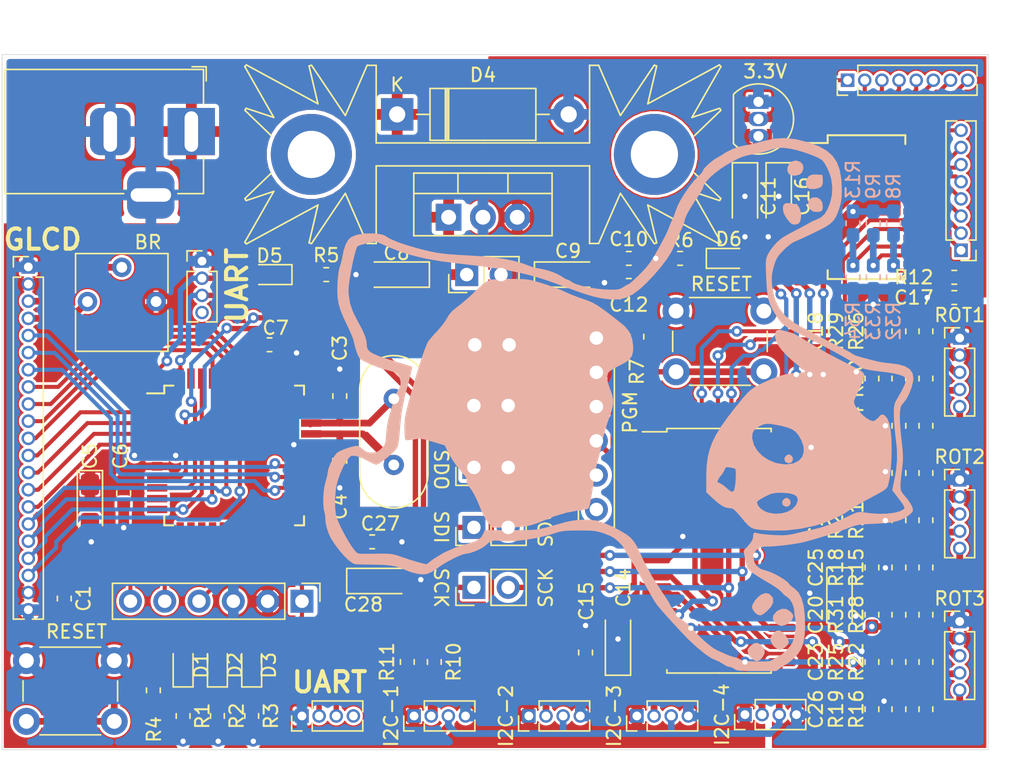
<source format=kicad_pcb>
(kicad_pcb (version 20171130) (host pcbnew 5.1.5-52549c5~86~ubuntu16.04.1)
  (layers (0 F.Cu signal) (31 B.Cu signal) (34 B.Paste user) (35 F.Paste user) (36 B.SilkS user) (37 F.SilkS user) (38 B.Mask user) (39 F.Mask user) (44 Edge.Cuts user))
  (net 0 "")
  (net 1 GND)
  (net 2 +5V)
  (net 3 "Net-(C3-Pad1)")
  (net 4 "Net-(C4-Pad1)")
  (net 5 "Net-(C7-Pad2)")
  (net 6 +3V3)
  (net 7 "Net-(C13-Pad1)")
  (net 8 /ROT1-A)
  (net 9 /ROT2-A)
  (net 10 /ROT3-A)
  (net 11 /ROT1-B)
  (net 12 /ROT2-B)
  (net 13 /ROT3-B)
  (net 14 /ROT1-D)
  (net 15 /ROT2-D)
  (net 16 /ROT3-D)
  (net 17 "Net-(D1-Pad1)")
  (net 18 /LED1)
  (net 19 /LED2)
  (net 20 "Net-(D2-Pad1)")
  (net 21 /LED3)
  (net 22 "Net-(D3-Pad1)")
  (net 23 "Net-(D5-Pad1)")
  (net 24 "Net-(D6-Pad1)")
  (net 25 /Vo)
  (net 26 /Vout)
  (net 27 /RS)
  (net 28 /RW)
  (net 29 /E)
  (net 30 /D0)
  (net 31 /D1)
  (net 32 /D2)
  (net 33 /D3)
  (net 34 /D4)
  (net 35 /D5)
  (net 36 /D6)
  (net 37 /D7)
  (net 38 /CS1)
  (net 39 /CS2)
  (net 40 /CS3)
  (net 41 /RES)
  (net 42 /P18_MCLR)
  (net 43 /P18_PGD)
  (net 44 /P18_PGC)
  (net 45 /P18_PGM)
  (net 46 /P18_TX)
  (net 47 /P18_RX)
  (net 48 /DSP_PGC)
  (net 49 /DSP_PGD)
  (net 50 /DSP_MCLR)
  (net 51 /I2C_SDA)
  (net 52 /I2C_SCL)
  (net 53 "Net-(J10-Pad1)")
  (net 54 "Net-(J10-Pad2)")
  (net 55 "Net-(J10-Pad3)")
  (net 56 "Net-(J10-Pad4)")
  (net 57 "Net-(J10-Pad5)")
  (net 58 "Net-(J10-Pad6)")
  (net 59 "Net-(J10-Pad7)")
  (net 60 "Net-(J10-Pad8)")
  (net 61 "Net-(J11-Pad8)")
  (net 62 "Net-(J11-Pad7)")
  (net 63 "Net-(J11-Pad6)")
  (net 64 "Net-(J11-Pad5)")
  (net 65 "Net-(J11-Pad4)")
  (net 66 /DSP_SDI)
  (net 67 /DSP_SDO)
  (net 68 /P18_SDI)
  (net 69 /P18_SCK)
  (net 70 /DSP_SCK)
  (net 71 "Net-(R12-Pad1)")
  (net 72 "Net-(U1-Pad10)")
  (net 73 "Net-(U1-Pad11)")
  (net 74 "Net-(U1-Pad12)")
  (net 75 "Net-(U1-Pad13)")
  (net 76 "Net-(U1-Pad14)")
  (net 77 "Net-(U1-Pad22)")
  (net 78 "Net-(U1-Pad23)")
  (net 79 "Net-(U1-Pad24)")
  (net 80 "Net-(U1-Pad33)")
  (net 81 "Net-(U1-Pad34)")
  (net 82 "Net-(U1-Pad43)")
  (net 83 "Net-(U4-Pad2)")
  (net 84 "Net-(U4-Pad3)")
  (net 85 /MCP_INTA)
  (net 86 /MCP_INTB)
  (net 87 /MCP_CS)
  (net 88 "Net-(J11-Pad3)")
  (net 89 "Net-(J11-Pad2)")
  (net 90 "Net-(J11-Pad1)")
  (net 91 "Net-(R32-Pad1)")
  (net 92 "Net-(R33-Pad1)")
  (net 93 "Net-(R13-Pad2)")
  (net 94 "Net-(5/12V1-Pad1)")
  (net 95 "Net-(DSP-PGM1-Pad6)")
  (net 96 "Net-(DSP-Serial1-Pad4)")
  (net 97 "Net-(P18-Serial1-Pad4)")
  (net 98 "Net-(R14-Pad2)")
  (net 99 "Net-(R15-Pad2)")
  (net 100 "Net-(R16-Pad2)")
  (net 101 "Net-(R20-Pad2)")
  (net 102 "Net-(R21-Pad2)")
  (net 103 "Net-(R22-Pad2)")
  (net 104 "Net-(R26-Pad2)")
  (net 105 "Net-(R27-Pad2)")
  (net 106 "Net-(R28-Pad2)")
  (module Pandas:Panda40x44mm (layer B.Cu) (at 71.75 71.25 90)
    (fp_text reference G*** hide)
    (fp_text value Panda hide)
  )
  (module Capacitor_SMD:C_0603_1608Metric_Pad1.05x0.95mm_HandSolder (layer F.Cu) (at 30.6 86.8 270)
    (fp_text reference C1 (at 0 -1.43 90) (layer F.SilkS))
    (fp_text value 10n)
    (pad 2 smd roundrect (at 0.875 0 270) (size 1.05 0.95) (layers F.Cu F.Paste F.Mask) (net 1 GND))
    (pad 1 smd roundrect (at -0.875 0 270) (size 1.05 0.95) (layers F.Cu F.Paste F.Mask) (net 2 +5V))
  )
  (module Capacitor_SMD:C_0603_1608Metric_Pad1.05x0.95mm_HandSolder (layer F.Cu) (at 51 71.8 90)
    (fp_text reference C3 (at 3.55 0 90) (layer F.SilkS))
    (fp_text value 10p)
    (pad 1 smd roundrect (at -0.875 0 90) (size 1.05 0.95) (layers F.Cu F.Paste F.Mask) (net 3 "Net-(C3-Pad1)"))
    (pad 2 smd roundrect (at 0.875 0 90) (size 1.05 0.95) (layers F.Cu F.Paste F.Mask) (net 1 GND))
  )
  (module Capacitor_SMD:C_0603_1608Metric_Pad1.05x0.95mm_HandSolder (layer F.Cu) (at 51 76.6 270)
    (fp_text reference C4 (at 3.4 0 90) (layer F.SilkS))
    (fp_text value 10p)
    (pad 1 smd roundrect (at -0.875 0 270) (size 1.05 0.95) (layers F.Cu F.Paste F.Mask) (net 4 "Net-(C4-Pad1)"))
    (pad 2 smd roundrect (at 0.875 0 270) (size 1.05 0.95) (layers F.Cu F.Paste F.Mask) (net 1 GND))
  )
  (module Capacitor_Tantalum_SMD:CP_EIA-3216-18_Kemet-A_Pad1.58x1.35mm_HandSolder (layer F.Cu) (at 32.5 79.8 270)
    (fp_text reference C5 (at -3.55 0 90) (layer F.SilkS))
    (fp_text value 1u)
    (pad 1 smd roundrect (at -1.4375 0 270) (size 1.575 1.35) (layers F.Cu F.Paste F.Mask) (roundrect_rratio 0.185185) (net 2 +5V))
    (pad 2 smd roundrect (at 1.4375 0 270) (size 1.575 1.35) (layers F.Cu F.Paste F.Mask) (roundrect_rratio 0.185185) (net 1 GND))
  )
  (module Capacitor_SMD:C_0603_1608Metric_Pad1.05x0.95mm_HandSolder (layer F.Cu) (at 35 79 270)
    (fp_text reference C6 (at -2.75 0.25 90) (layer F.SilkS))
    (fp_text value 10n)
    (pad 2 smd roundrect (at 0.875 0 270) (size 1.05 0.95) (layers F.Cu F.Paste F.Mask) (net 1 GND))
    (pad 1 smd roundrect (at -0.875 0 270) (size 1.05 0.95) (layers F.Cu F.Paste F.Mask) (net 2 +5V))
  )
  (module Capacitor_SMD:C_0603_1608Metric_Pad1.05x0.95mm_HandSolder (layer F.Cu) (at 45.8 68 180)
    (fp_text reference C7 (at -0.45 1.25) (layer F.SilkS))
    (fp_text value 10n)
    (pad 1 smd roundrect (at -0.875 0 180) (size 1.05 0.95) (layers F.Cu F.Paste F.Mask) (net 1 GND))
    (pad 2 smd roundrect (at 0.875 0 180) (size 1.05 0.95) (layers F.Cu F.Paste F.Mask) (net 5 "Net-(C7-Pad2)"))
  )
  (module Capacitor_Tantalum_SMD:CP_EIA-3216-18_Kemet-A_Pad1.58x1.35mm_HandSolder (layer F.Cu) (at 55.15 62.8 180)
    (fp_text reference C8 (at -0.05 1.6) (layer F.SilkS))
    (fp_text value 10u)
    (pad 1 smd roundrect (at -1.4375 0 180) (size 1.575 1.35) (layers F.Cu F.Paste F.Mask) (roundrect_rratio 0.185185) (net 94 "Net-(5/12V1-Pad1)"))
    (pad 2 smd roundrect (at 1.4375 0 180) (size 1.575 1.35) (layers F.Cu F.Paste F.Mask) (roundrect_rratio 0.185185) (net 1 GND))
  )
  (module Capacitor_Tantalum_SMD:CP_EIA-3216-18_Kemet-A_Pad1.58x1.35mm_HandSolder (layer F.Cu) (at 67.9 62.8)
    (fp_text reference C9 (at 0 -1.75) (layer F.SilkS))
    (fp_text value 1u)
    (pad 2 smd roundrect (at 1.4375 0) (size 1.575 1.35) (layers F.Cu F.Paste F.Mask) (roundrect_rratio 0.185185) (net 1 GND))
    (pad 1 smd roundrect (at -1.4375 0) (size 1.575 1.35) (layers F.Cu F.Paste F.Mask) (roundrect_rratio 0.185185) (net 2 +5V))
  )
  (module Capacitor_SMD:C_0603_1608Metric_Pad1.05x0.95mm_HandSolder (layer F.Cu) (at 72.4 61.6)
    (fp_text reference C10 (at 0 -1.43) (layer F.SilkS))
    (fp_text value 100n)
    (pad 2 smd roundrect (at 0.875 0) (size 1.05 0.95) (layers F.Cu F.Paste F.Mask) (net 1 GND))
    (pad 1 smd roundrect (at -0.875 0) (size 1.05 0.95) (layers F.Cu F.Paste F.Mask) (net 2 +5V))
  )
  (module Capacitor_Tantalum_SMD:CP_EIA-3216-18_Kemet-A_Pad1.58x1.35mm_HandSolder (layer F.Cu) (at 81 57 270)
    (fp_text reference C11 (at 0 -1.75 90) (layer F.SilkS))
    (fp_text value 1u)
    (pad 1 smd roundrect (at -1.4375 0 270) (size 1.575 1.35) (layers F.Cu F.Paste F.Mask) (roundrect_rratio 0.185185) (net 6 +3V3))
    (pad 2 smd roundrect (at 1.4375 0 270) (size 1.575 1.35) (layers F.Cu F.Paste F.Mask) (roundrect_rratio 0.185185) (net 1 GND))
  )
  (module Capacitor_SMD:C_0603_1608Metric_Pad1.05x0.95mm_HandSolder (layer F.Cu) (at 72.4 63.6 180)
    (fp_text reference C12 (at 0 -1.43) (layer F.SilkS))
    (fp_text value 100n)
    (pad 1 smd roundrect (at -0.875 0 180) (size 1.05 0.95) (layers F.Cu F.Paste F.Mask) (net 6 +3V3))
    (pad 2 smd roundrect (at 0.875 0 180) (size 1.05 0.95) (layers F.Cu F.Paste F.Mask) (net 1 GND))
  )
  (module Capacitor_Tantalum_SMD:CP_EIA-3216-18_Kemet-A_Pad1.58x1.35mm_HandSolder (layer F.Cu) (at 88 87 270)
    (fp_text reference C13 hide)
    (fp_text value 10u)
    (pad 2 smd roundrect (at 1.4375 0 270) (size 1.575 1.35) (layers F.Cu F.Paste F.Mask) (roundrect_rratio 0.185185) (net 1 GND))
    (pad 1 smd roundrect (at -1.4375 0 270) (size 1.575 1.35) (layers F.Cu F.Paste F.Mask) (roundrect_rratio 0.185185) (net 7 "Net-(C13-Pad1)"))
  )
  (module Capacitor_Tantalum_SMD:CP_EIA-3216-18_Kemet-A_Pad1.58x1.35mm_HandSolder (layer F.Cu) (at 71.6 90 90)
    (fp_text reference C14 (at 4 0.4 90) (layer F.SilkS))
    (fp_text value 1u)
    (pad 2 smd roundrect (at 1.4375 0 90) (size 1.575 1.35) (layers F.Cu F.Paste F.Mask) (roundrect_rratio 0.185185) (net 1 GND))
    (pad 1 smd roundrect (at -1.4375 0 90) (size 1.575 1.35) (layers F.Cu F.Paste F.Mask) (roundrect_rratio 0.185185) (net 6 +3V3))
  )
  (module Capacitor_SMD:C_0603_1608Metric_Pad1.05x0.95mm_HandSolder (layer F.Cu) (at 69.2 90.8 90)
    (fp_text reference C15 (at 3.8 0.05 90) (layer F.SilkS))
    (fp_text value 10n)
    (pad 1 smd roundrect (at -0.875 0 90) (size 1.05 0.95) (layers F.Cu F.Paste F.Mask) (net 6 +3V3))
    (pad 2 smd roundrect (at 0.875 0 90) (size 1.05 0.95) (layers F.Cu F.Paste F.Mask) (net 1 GND))
  )
  (module Capacitor_Tantalum_SMD:CP_EIA-3216-18_Kemet-A_Pad1.58x1.35mm_HandSolder (layer F.Cu) (at 83.5 57 270)
    (fp_text reference C16 (at 0 -1.75 90) (layer F.SilkS))
    (fp_text value 1u)
    (pad 1 smd roundrect (at -1.4375 0 270) (size 1.575 1.35) (layers F.Cu F.Paste F.Mask) (roundrect_rratio 0.185185) (net 2 +5V))
    (pad 2 smd roundrect (at 1.4375 0 270) (size 1.575 1.35) (layers F.Cu F.Paste F.Mask) (roundrect_rratio 0.185185) (net 1 GND))
  )
  (module Capacitor_SMD:C_0603_1608Metric_Pad1.05x0.95mm_HandSolder (layer F.Cu) (at 96.5 64.5 180)
    (fp_text reference C17 (at 3 0) (layer F.SilkS))
    (fp_text value 10n)
    (pad 2 smd roundrect (at 0.875 0 180) (size 1.05 0.95) (layers F.Cu F.Paste F.Mask) (net 1 GND))
    (pad 1 smd roundrect (at -0.875 0 180) (size 1.05 0.95) (layers F.Cu F.Paste F.Mask) (net 2 +5V))
  )
  (module Capacitor_SMD:C_0603_1608Metric_Pad1.05x0.95mm_HandSolder (layer F.Cu) (at 90.4 67 90)
    (fp_text reference C18 (at 0 -4.15 90) (layer F.SilkS))
    (fp_text value 10n)
    (pad 2 smd roundrect (at 0.875 0 90) (size 1.05 0.95) (layers F.Cu F.Paste F.Mask) (net 1 GND))
    (pad 1 smd roundrect (at -0.875 0 90) (size 1.05 0.95) (layers F.Cu F.Paste F.Mask) (net 8 /ROT1-A))
  )
  (module Capacitor_SMD:C_0603_1608Metric_Pad1.05x0.95mm_HandSolder (layer F.Cu) (at 90.4 77.5 90)
    (fp_text reference C19 (at 0 -4.15 90) (layer F.SilkS))
    (fp_text value 10n)
    (pad 1 smd roundrect (at -0.875 0 90) (size 1.05 0.95) (layers F.Cu F.Paste F.Mask) (net 9 /ROT2-A))
    (pad 2 smd roundrect (at 0.875 0 90) (size 1.05 0.95) (layers F.Cu F.Paste F.Mask) (net 1 GND))
  )
  (module Capacitor_SMD:C_0603_1608Metric_Pad1.05x0.95mm_HandSolder (layer F.Cu) (at 90.4 88 90)
    (fp_text reference C20 (at 0 -4.15 90) (layer F.SilkS))
    (fp_text value 10n)
    (pad 2 smd roundrect (at 0.875 0 90) (size 1.05 0.95) (layers F.Cu F.Paste F.Mask) (net 1 GND))
    (pad 1 smd roundrect (at -0.875 0 90) (size 1.05 0.95) (layers F.Cu F.Paste F.Mask) (net 10 /ROT3-A))
  )
  (module Capacitor_SMD:C_0603_1608Metric_Pad1.05x0.95mm_HandSolder (layer F.Cu) (at 90.4 70.5 90)
    (fp_text reference C21 (at 0 -4.15 90) (layer F.SilkS))
    (fp_text value 10n)
    (pad 1 smd roundrect (at -0.875 0 90) (size 1.05 0.95) (layers F.Cu F.Paste F.Mask) (net 11 /ROT1-B))
    (pad 2 smd roundrect (at 0.875 0 90) (size 1.05 0.95) (layers F.Cu F.Paste F.Mask) (net 1 GND))
  )
  (module Capacitor_SMD:C_0603_1608Metric_Pad1.05x0.95mm_HandSolder (layer F.Cu) (at 90.4 81 90)
    (fp_text reference C22 (at 0 -4.15 90) (layer F.SilkS))
    (fp_text value 10n)
    (pad 2 smd roundrect (at 0.875 0 90) (size 1.05 0.95) (layers F.Cu F.Paste F.Mask) (net 1 GND))
    (pad 1 smd roundrect (at -0.875 0 90) (size 1.05 0.95) (layers F.Cu F.Paste F.Mask) (net 12 /ROT2-B))
  )
  (module Capacitor_SMD:C_0603_1608Metric_Pad1.05x0.95mm_HandSolder (layer F.Cu) (at 90.4 91.5 90)
    (fp_text reference C23 (at 0 -4.15 90) (layer F.SilkS))
    (fp_text value 10n)
    (pad 1 smd roundrect (at -0.875 0 90) (size 1.05 0.95) (layers F.Cu F.Paste F.Mask) (net 13 /ROT3-B))
    (pad 2 smd roundrect (at 0.875 0 90) (size 1.05 0.95) (layers F.Cu F.Paste F.Mask) (net 1 GND))
  )
  (module Capacitor_SMD:C_0603_1608Metric_Pad1.05x0.95mm_HandSolder (layer F.Cu) (at 90.4 74 90)
    (fp_text reference C24 (at 0 -4.15 90) (layer F.SilkS))
    (fp_text value 10n)
    (pad 1 smd roundrect (at -0.875 0 90) (size 1.05 0.95) (layers F.Cu F.Paste F.Mask) (net 14 /ROT1-D))
    (pad 2 smd roundrect (at 0.875 0 90) (size 1.05 0.95) (layers F.Cu F.Paste F.Mask) (net 1 GND))
  )
  (module Capacitor_SMD:C_0603_1608Metric_Pad1.05x0.95mm_HandSolder (layer F.Cu) (at 90.4 84.5 90)
    (fp_text reference C25 (at 0 -4.15 90) (layer F.SilkS))
    (fp_text value 10n)
    (pad 2 smd roundrect (at 0.875 0 90) (size 1.05 0.95) (layers F.Cu F.Paste F.Mask) (net 1 GND))
    (pad 1 smd roundrect (at -0.875 0 90) (size 1.05 0.95) (layers F.Cu F.Paste F.Mask) (net 15 /ROT2-D))
  )
  (module Capacitor_SMD:C_0603_1608Metric_Pad1.05x0.95mm_HandSolder (layer F.Cu) (at 90.4 95 90)
    (fp_text reference C26 (at 0 -4.15 90) (layer F.SilkS))
    (fp_text value 10n)
    (pad 1 smd roundrect (at -0.875 0 90) (size 1.05 0.95) (layers F.Cu F.Paste F.Mask) (net 16 /ROT3-D))
    (pad 2 smd roundrect (at 0.875 0 90) (size 1.05 0.95) (layers F.Cu F.Paste F.Mask) (net 1 GND))
  )
  (module LED_SMD:LED_0603_1608Metric_Pad1.05x0.95mm_HandSolder (layer F.Cu) (at 39.4 91.69 90)
    (fp_text reference D1 (at -0.06 1.35 90) (layer F.SilkS))
    (fp_text value LED)
    (pad 1 smd roundrect (at -0.875 0 90) (size 1.05 0.95) (layers F.Cu F.Paste F.Mask) (net 17 "Net-(D1-Pad1)"))
    (pad 2 smd roundrect (at 0.875 0 90) (size 1.05 0.95) (layers F.Cu F.Paste F.Mask) (net 18 /LED1))
  )
  (module LED_SMD:LED_0603_1608Metric_Pad1.05x0.95mm_HandSolder (layer F.Cu) (at 41.94 91.69 90)
    (fp_text reference D2 (at -0.06 1.31 90) (layer F.SilkS))
    (fp_text value LED)
    (pad 2 smd roundrect (at 0.875 0 90) (size 1.05 0.95) (layers F.Cu F.Paste F.Mask) (net 19 /LED2))
    (pad 1 smd roundrect (at -0.875 0 90) (size 1.05 0.95) (layers F.Cu F.Paste F.Mask) (net 20 "Net-(D2-Pad1)"))
  )
  (module LED_SMD:LED_0603_1608Metric_Pad1.05x0.95mm_HandSolder (layer F.Cu) (at 44.48 91.69 90)
    (fp_text reference D3 (at -0.06 1.27 90) (layer F.SilkS))
    (fp_text value LED)
    (pad 2 smd roundrect (at 0.875 0 90) (size 1.05 0.95) (layers F.Cu F.Paste F.Mask) (net 21 /LED3))
    (pad 1 smd roundrect (at -0.875 0 90) (size 1.05 0.95) (layers F.Cu F.Paste F.Mask) (net 22 "Net-(D3-Pad1)"))
  )
  (module Diode_THT:D_DO-15_P12.70mm_Horizontal (layer F.Cu) (at 55.25 50.93)
    (fp_text reference D4 (at 6.35 -2.92) (layer F.SilkS))
    (fp_text value D)
    (fp_text user K (at 0 -2.2) (layer F.SilkS))
    (pad 1 thru_hole rect (at 0 0) (size 2.4 2.4) (drill 1.2) (layers *.Cu *.Mask) (net 94 "Net-(5/12V1-Pad1)"))
    (pad 2 thru_hole oval (at 12.7 0) (size 2.4 2.4) (drill 1.2) (layers *.Cu *.Mask) (net 1 GND))
  )
  (module LED_SMD:LED_0603_1608Metric_Pad1.05x0.95mm_HandSolder (layer F.Cu) (at 45.8 62.8 180)
    (fp_text reference D5 (at 0 1.4) (layer F.SilkS))
    (fp_text value LED)
    (pad 1 smd roundrect (at -0.875 0 180) (size 1.05 0.95) (layers F.Cu F.Paste F.Mask) (net 23 "Net-(D5-Pad1)"))
    (pad 2 smd roundrect (at 0.875 0 180) (size 1.05 0.95) (layers F.Cu F.Paste F.Mask) (net 2 +5V))
  )
  (module LED_SMD:LED_0603_1608Metric_Pad1.05x0.95mm_HandSolder (layer F.Cu) (at 79.8 61.6)
    (fp_text reference D6 (at 0 -1.43) (layer F.SilkS))
    (fp_text value LED)
    (pad 1 smd roundrect (at -0.875 0) (size 1.05 0.95) (layers F.Cu F.Paste F.Mask) (net 24 "Net-(D6-Pad1)"))
    (pad 2 smd roundrect (at 0.875 0) (size 1.05 0.95) (layers F.Cu F.Paste F.Mask) (net 6 +3V3))
  )
  (module Heatsink:Heatsink_Fischer_SK104-STCB_35x13mm__2xDrill3.5mm_ScrewM3 (layer F.Cu) (at 61.595001 53.895001)
    (fp_text reference HS1 hide)
    (fp_text value Heatsink)
    (pad 1 thru_hole circle (at 12.7 0) (size 6 6) (drill 3.5) (layers *.Cu *.Mask))
    (pad 1 thru_hole circle (at -12.7 0 180) (size 6 6) (drill 3.5) (layers *.Cu *.Mask))
  )
  (module Connector_PinHeader_1.27mm:PinHeader_1x21_P1.27mm_Vertical (layer F.Cu) (at 27.94 62.23)
    (fp_text reference GLCD1 hide)
    (fp_text value GLCD hide)
    (pad 1 thru_hole rect (at 0 0) (size 1 1) (drill 0.65) (layers *.Cu *.Mask) (net 1 GND))
    (pad 2 thru_hole oval (at 0 1.27) (size 1 1) (drill 0.65) (layers *.Cu *.Mask) (net 2 +5V))
    (pad 3 thru_hole oval (at 0 2.54) (size 1 1) (drill 0.65) (layers *.Cu *.Mask) (net 25 /Vo))
    (pad 4 thru_hole oval (at 0 3.81) (size 1 1) (drill 0.65) (layers *.Cu *.Mask) (net 26 /Vout))
    (pad 5 thru_hole oval (at 0 5.08) (size 1 1) (drill 0.65) (layers *.Cu *.Mask) (net 27 /RS))
    (pad 6 thru_hole oval (at 0 6.35) (size 1 1) (drill 0.65) (layers *.Cu *.Mask) (net 28 /RW))
    (pad 7 thru_hole oval (at 0 7.62) (size 1 1) (drill 0.65) (layers *.Cu *.Mask) (net 29 /E))
    (pad 8 thru_hole oval (at 0 8.89) (size 1 1) (drill 0.65) (layers *.Cu *.Mask) (net 30 /D0))
    (pad 9 thru_hole oval (at 0 10.16) (size 1 1) (drill 0.65) (layers *.Cu *.Mask) (net 31 /D1))
    (pad 10 thru_hole oval (at 0 11.43) (size 1 1) (drill 0.65) (layers *.Cu *.Mask) (net 32 /D2))
    (pad 11 thru_hole oval (at 0 12.7) (size 1 1) (drill 0.65) (layers *.Cu *.Mask) (net 33 /D3))
    (pad 12 thru_hole oval (at 0 13.97) (size 1 1) (drill 0.65) (layers *.Cu *.Mask) (net 34 /D4))
    (pad 13 thru_hole oval (at 0 15.24) (size 1 1) (drill 0.65) (layers *.Cu *.Mask) (net 35 /D5))
    (pad 14 thru_hole oval (at 0 16.51) (size 1 1) (drill 0.65) (layers *.Cu *.Mask) (net 36 /D6))
    (pad 15 thru_hole oval (at 0 17.78) (size 1 1) (drill 0.65) (layers *.Cu *.Mask) (net 37 /D7))
    (pad 16 thru_hole oval (at 0 19.05) (size 1 1) (drill 0.65) (layers *.Cu *.Mask) (net 38 /CS1))
    (pad 17 thru_hole oval (at 0 20.32) (size 1 1) (drill 0.65) (layers *.Cu *.Mask) (net 39 /CS2))
    (pad 18 thru_hole oval (at 0 21.59) (size 1 1) (drill 0.65) (layers *.Cu *.Mask) (net 40 /CS3))
    (pad 19 thru_hole oval (at 0 22.86) (size 1 1) (drill 0.65) (layers *.Cu *.Mask) (net 41 /RES))
    (pad 20 thru_hole oval (at 0 24.13) (size 1 1) (drill 0.65) (layers *.Cu *.Mask) (net 2 +5V))
    (pad 21 thru_hole oval (at 0 25.4) (size 1 1) (drill 0.65) (layers *.Cu *.Mask) (net 1 GND))
  )
  (module Connector_PinHeader_2.54mm:PinHeader_1x06_P2.54mm_Vertical (layer F.Cu) (at 48.2 87 270)
    (fp_text reference P18-PGM1 hide)
    (fp_text value P18-PGM)
    (pad 1 thru_hole rect (at 0 0 270) (size 1.7 1.7) (drill 1) (layers *.Cu *.Mask) (net 42 /P18_MCLR))
    (pad 2 thru_hole oval (at 0 2.54 270) (size 1.7 1.7) (drill 1) (layers *.Cu *.Mask) (net 2 +5V))
    (pad 3 thru_hole oval (at 0 5.08 270) (size 1.7 1.7) (drill 1) (layers *.Cu *.Mask) (net 1 GND))
    (pad 4 thru_hole oval (at 0 7.62 270) (size 1.7 1.7) (drill 1) (layers *.Cu *.Mask) (net 43 /P18_PGD))
    (pad 5 thru_hole oval (at 0 10.16 270) (size 1.7 1.7) (drill 1) (layers *.Cu *.Mask) (net 44 /P18_PGC))
    (pad 6 thru_hole oval (at 0 12.7 270) (size 1.7 1.7) (drill 1) (layers *.Cu *.Mask) (net 45 /P18_PGM))
  )
  (module Connector_PinHeader_1.27mm:PinHeader_1x04_P1.27mm_Vertical (layer F.Cu) (at 40.8 61.8)
    (fp_text reference P18-Serial1 hide)
    (fp_text value P18-Serial hide)
    (pad 4 thru_hole oval (at 0 3.81) (size 1 1) (drill 0.65) (layers *.Cu *.Mask) (net 97 "Net-(P18-Serial1-Pad4)"))
    (pad 3 thru_hole oval (at 0 2.54) (size 1 1) (drill 0.65) (layers *.Cu *.Mask) (net 46 /P18_TX))
    (pad 2 thru_hole oval (at 0 1.27) (size 1 1) (drill 0.65) (layers *.Cu *.Mask) (net 47 /P18_RX))
    (pad 1 thru_hole rect (at 0 0) (size 1 1) (drill 0.65) (layers *.Cu *.Mask) (net 1 GND))
  )
  (module Connector_BarrelJack:BarrelJack_Horizontal (layer F.Cu) (at 40.01 52.2)
    (fp_text reference J4 hide)
    (fp_text value INPUT)
    (pad 1 thru_hole rect (at 0 0) (size 3.5 3.5) (drill oval 1 3) (layers *.Cu *.Mask) (net 94 "Net-(5/12V1-Pad1)"))
    (pad 2 thru_hole roundrect (at -6 0) (size 3 3.5) (drill oval 1 3) (layers *.Cu *.Mask) (net 1 GND))
    (pad 3 thru_hole roundrect (at -3 4.7) (size 3.5 3.5) (drill oval 3 1) (layers *.Cu *.Mask) (net 1 GND))
  )
  (module Connector_PinHeader_2.54mm:PinHeader_1x06_P2.54mm_Vertical (layer F.Cu) (at 70 67.5)
    (fp_text reference DSP-PGM1 hide)
    (fp_text value DSP-PGM)
    (pad 6 thru_hole oval (at 0 12.7) (size 1.7 1.7) (drill 1) (layers *.Cu *.Mask) (net 95 "Net-(DSP-PGM1-Pad6)"))
    (pad 5 thru_hole oval (at 0 10.16) (size 1.7 1.7) (drill 1) (layers *.Cu *.Mask) (net 48 /DSP_PGC))
    (pad 4 thru_hole oval (at 0 7.62) (size 1.7 1.7) (drill 1) (layers *.Cu *.Mask) (net 49 /DSP_PGD))
    (pad 3 thru_hole oval (at 0 5.08) (size 1.7 1.7) (drill 1) (layers *.Cu *.Mask) (net 1 GND))
    (pad 2 thru_hole oval (at 0 2.54) (size 1.7 1.7) (drill 1) (layers *.Cu *.Mask) (net 6 +3V3))
    (pad 1 thru_hole rect (at 0 0) (size 1.7 1.7) (drill 1) (layers *.Cu *.Mask) (net 50 /DSP_MCLR))
  )
  (module Connector_PinHeader_1.27mm:PinHeader_1x04_P1.27mm_Vertical (layer F.Cu) (at 56.5 95.5 90)
    (fp_text reference I2C-1 (at 0 -1.695 90) (layer F.SilkS))
    (fp_text value I2C-1)
    (pad 1 thru_hole rect (at 0 0 90) (size 1 1) (drill 0.65) (layers *.Cu *.Mask) (net 2 +5V))
    (pad 2 thru_hole oval (at 0 1.27 90) (size 1 1) (drill 0.65) (layers *.Cu *.Mask) (net 51 /I2C_SDA))
    (pad 3 thru_hole oval (at 0 2.54 90) (size 1 1) (drill 0.65) (layers *.Cu *.Mask) (net 52 /I2C_SCL))
    (pad 4 thru_hole oval (at 0 3.81 90) (size 1 1) (drill 0.65) (layers *.Cu *.Mask) (net 1 GND))
  )
  (module Connector_PinHeader_1.27mm:PinHeader_1x05_P1.27mm_Vertical (layer F.Cu) (at 96.9 67.5)
    (fp_text reference ROT1 (at 0 -1.695) (layer F.SilkS))
    (fp_text value ROT1)
    (pad 1 thru_hole rect (at 0 0) (size 1 1) (drill 0.65) (layers *.Cu *.Mask) (net 1 GND))
    (pad 2 thru_hole oval (at 0 1.27) (size 1 1) (drill 0.65) (layers *.Cu *.Mask) (net 6 +3V3))
    (pad 3 thru_hole oval (at 0 2.54) (size 1 1) (drill 0.65) (layers *.Cu *.Mask) (net 104 "Net-(R26-Pad2)"))
    (pad 4 thru_hole oval (at 0 3.81) (size 1 1) (drill 0.65) (layers *.Cu *.Mask) (net 101 "Net-(R20-Pad2)"))
    (pad 5 thru_hole oval (at 0 5.08) (size 1 1) (drill 0.65) (layers *.Cu *.Mask) (net 98 "Net-(R14-Pad2)"))
  )
  (module Connector_PinHeader_1.27mm:PinHeader_1x05_P1.27mm_Vertical (layer F.Cu) (at 96.9 78)
    (fp_text reference ROT2 (at 0 -1.695) (layer F.SilkS))
    (fp_text value ROT2)
    (pad 5 thru_hole oval (at 0 5.08) (size 1 1) (drill 0.65) (layers *.Cu *.Mask) (net 99 "Net-(R15-Pad2)"))
    (pad 4 thru_hole oval (at 0 3.81) (size 1 1) (drill 0.65) (layers *.Cu *.Mask) (net 102 "Net-(R21-Pad2)"))
    (pad 3 thru_hole oval (at 0 2.54) (size 1 1) (drill 0.65) (layers *.Cu *.Mask) (net 105 "Net-(R27-Pad2)"))
    (pad 2 thru_hole oval (at 0 1.27) (size 1 1) (drill 0.65) (layers *.Cu *.Mask) (net 6 +3V3))
    (pad 1 thru_hole rect (at 0 0) (size 1 1) (drill 0.65) (layers *.Cu *.Mask) (net 1 GND))
  )
  (module Connector_PinHeader_1.27mm:PinHeader_1x05_P1.27mm_Vertical (layer F.Cu) (at 96.9 88.5)
    (fp_text reference ROT3 (at 0 -1.695) (layer F.SilkS))
    (fp_text value ROT3)
    (pad 1 thru_hole rect (at 0 0) (size 1 1) (drill 0.65) (layers *.Cu *.Mask) (net 1 GND))
    (pad 2 thru_hole oval (at 0 1.27) (size 1 1) (drill 0.65) (layers *.Cu *.Mask) (net 6 +3V3))
    (pad 3 thru_hole oval (at 0 2.54) (size 1 1) (drill 0.65) (layers *.Cu *.Mask) (net 106 "Net-(R28-Pad2)"))
    (pad 4 thru_hole oval (at 0 3.81) (size 1 1) (drill 0.65) (layers *.Cu *.Mask) (net 103 "Net-(R22-Pad2)"))
    (pad 5 thru_hole oval (at 0 5.08) (size 1 1) (drill 0.65) (layers *.Cu *.Mask) (net 100 "Net-(R16-Pad2)"))
  )
  (module Connector_PinHeader_1.27mm:PinHeader_1x08_P1.27mm_Vertical (layer F.Cu) (at 88.6 48.4 90)
    (fp_text reference J10 hide)
    (fp_text value Conn_01x08)
    (pad 1 thru_hole rect (at 0 0 90) (size 1 1) (drill 0.65) (layers *.Cu *.Mask) (net 53 "Net-(J10-Pad1)"))
    (pad 2 thru_hole oval (at 0 1.27 90) (size 1 1) (drill 0.65) (layers *.Cu *.Mask) (net 54 "Net-(J10-Pad2)"))
    (pad 3 thru_hole oval (at 0 2.54 90) (size 1 1) (drill 0.65) (layers *.Cu *.Mask) (net 55 "Net-(J10-Pad3)"))
    (pad 4 thru_hole oval (at 0 3.81 90) (size 1 1) (drill 0.65) (layers *.Cu *.Mask) (net 56 "Net-(J10-Pad4)"))
    (pad 5 thru_hole oval (at 0 5.08 90) (size 1 1) (drill 0.65) (layers *.Cu *.Mask) (net 57 "Net-(J10-Pad5)"))
    (pad 6 thru_hole oval (at 0 6.35 90) (size 1 1) (drill 0.65) (layers *.Cu *.Mask) (net 58 "Net-(J10-Pad6)"))
    (pad 7 thru_hole oval (at 0 7.62 90) (size 1 1) (drill 0.65) (layers *.Cu *.Mask) (net 59 "Net-(J10-Pad7)"))
    (pad 8 thru_hole oval (at 0 8.89 90) (size 1 1) (drill 0.65) (layers *.Cu *.Mask) (net 60 "Net-(J10-Pad8)"))
  )
  (module Connector_PinHeader_1.27mm:PinHeader_1x08_P1.27mm_Vertical (layer F.Cu) (at 97 61 180)
    (fp_text reference J11 hide)
    (fp_text value Conn_01x08)
    (pad 8 thru_hole oval (at 0 8.89 180) (size 1 1) (drill 0.65) (layers *.Cu *.Mask) (net 61 "Net-(J11-Pad8)"))
    (pad 7 thru_hole oval (at 0 7.62 180) (size 1 1) (drill 0.65) (layers *.Cu *.Mask) (net 62 "Net-(J11-Pad7)"))
    (pad 6 thru_hole oval (at 0 6.35 180) (size 1 1) (drill 0.65) (layers *.Cu *.Mask) (net 63 "Net-(J11-Pad6)"))
    (pad 5 thru_hole oval (at 0 5.08 180) (size 1 1) (drill 0.65) (layers *.Cu *.Mask) (net 64 "Net-(J11-Pad5)"))
    (pad 4 thru_hole oval (at 0 3.81 180) (size 1 1) (drill 0.65) (layers *.Cu *.Mask) (net 65 "Net-(J11-Pad4)"))
    (pad 3 thru_hole oval (at 0 2.54 180) (size 1 1) (drill 0.65) (layers *.Cu *.Mask) (net 88 "Net-(J11-Pad3)"))
    (pad 2 thru_hole oval (at 0 1.27 180) (size 1 1) (drill 0.65) (layers *.Cu *.Mask) (net 89 "Net-(J11-Pad2)"))
    (pad 1 thru_hole rect (at 0 0 180) (size 1 1) (drill 0.65) (layers *.Cu *.Mask) (net 90 "Net-(J11-Pad1)"))
  )
  (module Connector_PinHeader_1.27mm:PinHeader_1x04_P1.27mm_Vertical (layer F.Cu) (at 65 95.5 90)
    (fp_text reference I2C-2 (at 0 -1.695 90) (layer F.SilkS))
    (fp_text value I2C-2)
    (pad 1 thru_hole rect (at 0 0 90) (size 1 1) (drill 0.65) (layers *.Cu *.Mask) (net 2 +5V))
    (pad 2 thru_hole oval (at 0 1.27 90) (size 1 1) (drill 0.65) (layers *.Cu *.Mask) (net 51 /I2C_SDA))
    (pad 3 thru_hole oval (at 0 2.54 90) (size 1 1) (drill 0.65) (layers *.Cu *.Mask) (net 52 /I2C_SCL))
    (pad 4 thru_hole oval (at 0 3.81 90) (size 1 1) (drill 0.65) (layers *.Cu *.Mask) (net 1 GND))
  )
  (module Connector_PinHeader_1.27mm:PinHeader_1x04_P1.27mm_Vertical (layer F.Cu) (at 73 95.5 90)
    (fp_text reference I2C-3 (at 0 -1.695 90) (layer F.SilkS))
    (fp_text value I2C-3)
    (pad 1 thru_hole rect (at 0 0 90) (size 1 1) (drill 0.65) (layers *.Cu *.Mask) (net 2 +5V))
    (pad 2 thru_hole oval (at 0 1.27 90) (size 1 1) (drill 0.65) (layers *.Cu *.Mask) (net 51 /I2C_SDA))
    (pad 3 thru_hole oval (at 0 2.54 90) (size 1 1) (drill 0.65) (layers *.Cu *.Mask) (net 52 /I2C_SCL))
    (pad 4 thru_hole oval (at 0 3.81 90) (size 1 1) (drill 0.65) (layers *.Cu *.Mask) (net 1 GND))
  )
  (module Connector_PinHeader_1.27mm:PinHeader_1x04_P1.27mm_Vertical (layer F.Cu) (at 81 95.4 90)
    (fp_text reference I2C-4 (at 0 -1.695 90) (layer F.SilkS))
    (fp_text value I2C-4)
    (pad 4 thru_hole oval (at 0 3.81 90) (size 1 1) (drill 0.65) (layers *.Cu *.Mask) (net 1 GND))
    (pad 3 thru_hole oval (at 0 2.54 90) (size 1 1) (drill 0.65) (layers *.Cu *.Mask) (net 52 /I2C_SCL))
    (pad 2 thru_hole oval (at 0 1.27 90) (size 1 1) (drill 0.65) (layers *.Cu *.Mask) (net 51 /I2C_SDA))
    (pad 1 thru_hole rect (at 0 0 90) (size 1 1) (drill 0.65) (layers *.Cu *.Mask) (net 2 +5V))
  )
  (module Connector_PinHeader_2.54mm:PinHeader_1x02_P2.54mm_Vertical (layer F.Cu) (at 60.93 72.5 90)
    (fp_text reference JP1 hide)
    (fp_text value JP)
    (pad 1 thru_hole rect (at 0 0 90) (size 1.7 1.7) (drill 1) (layers *.Cu *.Mask) (net 46 /P18_TX))
    (pad 2 thru_hole oval (at 0 2.54 90) (size 1.7 1.7) (drill 1) (layers *.Cu *.Mask) (net 48 /DSP_PGC))
  )
  (module Connector_PinHeader_2.54mm:PinHeader_1x02_P2.54mm_Vertical (layer F.Cu) (at 61 68 90)
    (fp_text reference JP2 hide)
    (fp_text value JP)
    (pad 2 thru_hole oval (at 0 2.54 90) (size 1.7 1.7) (drill 1) (layers *.Cu *.Mask) (net 49 /DSP_PGD))
    (pad 1 thru_hole rect (at 0 0 90) (size 1.7 1.7) (drill 1) (layers *.Cu *.Mask) (net 47 /P18_RX))
  )
  (module Connector_PinHeader_2.54mm:PinHeader_1x02_P2.54mm_Vertical (layer F.Cu) (at 60.93 77.085 90)
    (fp_text reference JP3 hide)
    (fp_text value JP)
    (pad 1 thru_hole rect (at 0 0 90) (size 1.7 1.7) (drill 1) (layers *.Cu *.Mask) (net 47 /P18_RX))
    (pad 2 thru_hole oval (at 0 2.54 90) (size 1.7 1.7) (drill 1) (layers *.Cu *.Mask) (net 66 /DSP_SDI))
  )
  (module Connector_PinHeader_2.54mm:PinHeader_1x02_P2.54mm_Vertical (layer F.Cu) (at 60.93 81.53 90)
    (fp_text reference JP4 hide)
    (fp_text value JP)
    (pad 2 thru_hole oval (at 0 2.54 90) (size 1.7 1.7) (drill 1) (layers *.Cu *.Mask) (net 67 /DSP_SDO))
    (pad 1 thru_hole rect (at 0 0 90) (size 1.7 1.7) (drill 1) (layers *.Cu *.Mask) (net 68 /P18_SDI))
  )
  (module Connector_PinHeader_2.54mm:PinHeader_1x02_P2.54mm_Vertical (layer F.Cu) (at 60.93 85.975 90)
    (fp_text reference JP5 hide)
    (fp_text value JP)
    (pad 1 thru_hole rect (at 0 0 90) (size 1.7 1.7) (drill 1) (layers *.Cu *.Mask) (net 69 /P18_SCK))
    (pad 2 thru_hole oval (at 0 2.54 90) (size 1.7 1.7) (drill 1) (layers *.Cu *.Mask) (net 70 /DSP_SCK))
  )
  (module Connector_PinHeader_2.54mm:PinHeader_1x02_P2.54mm_Vertical (layer F.Cu) (at 60.4 62.8 90)
    (fp_text reference 5/12V1 hide)
    (fp_text value JP)
    (pad 1 thru_hole rect (at 0 0 90) (size 1.7 1.7) (drill 1) (layers *.Cu *.Mask) (net 94 "Net-(5/12V1-Pad1)"))
    (pad 2 thru_hole oval (at 0 2.54 90) (size 1.7 1.7) (drill 1) (layers *.Cu *.Mask) (net 2 +5V))
  )
  (module Resistor_SMD:R_0603_1608Metric_Pad1.05x0.95mm_HandSolder (layer F.Cu) (at 39.4 95.5 270)
    (fp_text reference R1 (at 0 -1.43 90) (layer F.SilkS))
    (fp_text value R)
    (pad 2 smd roundrect (at 0.875 0 270) (size 1.05 0.95) (layers F.Cu F.Paste F.Mask) (net 1 GND))
    (pad 1 smd roundrect (at -0.875 0 270) (size 1.05 0.95) (layers F.Cu F.Paste F.Mask) (net 17 "Net-(D1-Pad1)"))
  )
  (module Resistor_SMD:R_0603_1608Metric_Pad1.05x0.95mm_HandSolder (layer F.Cu) (at 41.94 95.5 270)
    (fp_text reference R2 (at 0 -1.43 90) (layer F.SilkS))
    (fp_text value R)
    (pad 1 smd roundrect (at -0.875 0 270) (size 1.05 0.95) (layers F.Cu F.Paste F.Mask) (net 20 "Net-(D2-Pad1)"))
    (pad 2 smd roundrect (at 0.875 0 270) (size 1.05 0.95) (layers F.Cu F.Paste F.Mask) (net 1 GND))
  )
  (module Resistor_SMD:R_0603_1608Metric_Pad1.05x0.95mm_HandSolder (layer F.Cu) (at 44.48 95.5 270)
    (fp_text reference R3 (at 0 -1.43 90) (layer F.SilkS))
    (fp_text value R)
    (pad 2 smd roundrect (at 0.875 0 270) (size 1.05 0.95) (layers F.Cu F.Paste F.Mask) (net 1 GND))
    (pad 1 smd roundrect (at -0.875 0 270) (size 1.05 0.95) (layers F.Cu F.Paste F.Mask) (net 22 "Net-(D3-Pad1)"))
  )
  (module Resistor_SMD:R_0603_1608Metric_Pad1.05x0.95mm_HandSolder (layer F.Cu) (at 37.2 93.6 270)
    (fp_text reference R4 (at 2.9 -0.05 90) (layer F.SilkS))
    (fp_text value 10k)
    (pad 2 smd roundrect (at 0.875 0 270) (size 1.05 0.95) (layers F.Cu F.Paste F.Mask) (net 2 +5V))
    (pad 1 smd roundrect (at -0.875 0 270) (size 1.05 0.95) (layers F.Cu F.Paste F.Mask) (net 42 /P18_MCLR))
  )
  (module Resistor_SMD:R_0603_1608Metric_Pad1.05x0.95mm_HandSolder (layer F.Cu) (at 50 62.8)
    (fp_text reference R5 (at 0 -1.43) (layer F.SilkS))
    (fp_text value R)
    (pad 1 smd roundrect (at -0.875 0) (size 1.05 0.95) (layers F.Cu F.Paste F.Mask) (net 23 "Net-(D5-Pad1)"))
    (pad 2 smd roundrect (at 0.875 0) (size 1.05 0.95) (layers F.Cu F.Paste F.Mask) (net 1 GND))
  )
  (module Resistor_SMD:R_0603_1608Metric_Pad1.05x0.95mm_HandSolder (layer F.Cu) (at 76.2 61.6 180)
    (fp_text reference R6 (at -0.05 1.35) (layer F.SilkS))
    (fp_text value R)
    (pad 1 smd roundrect (at -0.875 0 180) (size 1.05 0.95) (layers F.Cu F.Paste F.Mask) (net 24 "Net-(D6-Pad1)"))
    (pad 2 smd roundrect (at 0.875 0 180) (size 1.05 0.95) (layers F.Cu F.Paste F.Mask) (net 1 GND))
  )
  (module Resistor_SMD:R_0603_1608Metric_Pad1.05x0.95mm_HandSolder (layer F.Cu) (at 73 67.4 90)
    (fp_text reference R7 (at -2.6 0 90) (layer F.SilkS))
    (fp_text value 10k)
    (pad 1 smd roundrect (at -0.875 0 90) (size 1.05 0.95) (layers F.Cu F.Paste F.Mask) (net 6 +3V3))
    (pad 2 smd roundrect (at 0.875 0 90) (size 1.05 0.95) (layers F.Cu F.Paste F.Mask) (net 50 /DSP_MCLR))
  )
  (module Resistor_SMD:R_0603_1608Metric_Pad1.05x0.95mm_HandSolder (layer B.Cu) (at 92 59 270)
    (fp_text reference R8 (at -2.75 0 90) (layer B.SilkS) (effects (justify mirror)))
    (fp_text value 10k)
    (pad 2 smd roundrect (at 0.875 0 270) (size 1.05 0.95) (layers B.Cu B.Paste B.Mask) (net 91 "Net-(R32-Pad1)"))
    (pad 1 smd roundrect (at -0.875 0 270) (size 1.05 0.95) (layers B.Cu B.Paste B.Mask) (net 2 +5V))
  )
  (module Resistor_SMD:R_0603_1608Metric_Pad1.05x0.95mm_HandSolder (layer B.Cu) (at 90.5 59 270)
    (fp_text reference R9 (at -2.75 0 90) (layer B.SilkS) (effects (justify mirror)))
    (fp_text value 10k)
    (pad 2 smd roundrect (at 0.875 0 270) (size 1.05 0.95) (layers B.Cu B.Paste B.Mask) (net 92 "Net-(R33-Pad1)"))
    (pad 1 smd roundrect (at -0.875 0 270) (size 1.05 0.95) (layers B.Cu B.Paste B.Mask) (net 2 +5V))
  )
  (module Resistor_SMD:R_0603_1608Metric_Pad1.05x0.95mm_HandSolder (layer F.Cu) (at 58 91.5 270)
    (fp_text reference R10 (at 0 -1.43 90) (layer F.SilkS))
    (fp_text value 10K)
    (pad 1 smd roundrect (at -0.875 0 270) (size 1.05 0.95) (layers F.Cu F.Paste F.Mask) (net 2 +5V))
    (pad 2 smd roundrect (at 0.875 0 270) (size 1.05 0.95) (layers F.Cu F.Paste F.Mask) (net 51 /I2C_SDA))
  )
  (module Resistor_SMD:R_0603_1608Metric_Pad1.05x0.95mm_HandSolder (layer F.Cu) (at 56 91.5 270)
    (fp_text reference R11 (at 0 1.5 90) (layer F.SilkS))
    (fp_text value 10K)
    (pad 2 smd roundrect (at 0.875 0 270) (size 1.05 0.95) (layers F.Cu F.Paste F.Mask) (net 52 /I2C_SCL))
    (pad 1 smd roundrect (at -0.875 0 270) (size 1.05 0.95) (layers F.Cu F.Paste F.Mask) (net 2 +5V))
  )
  (module Resistor_SMD:R_0603_1608Metric_Pad1.05x0.95mm_HandSolder (layer F.Cu) (at 96.5 63)
    (fp_text reference R12 (at -3 0) (layer F.SilkS))
    (fp_text value 10k)
    (pad 1 smd roundrect (at -0.875 0) (size 1.05 0.95) (layers F.Cu F.Paste F.Mask) (net 71 "Net-(R12-Pad1)"))
    (pad 2 smd roundrect (at 0.875 0) (size 1.05 0.95) (layers F.Cu F.Paste F.Mask) (net 2 +5V))
  )
  (module Resistor_SMD:R_0603_1608Metric_Pad1.05x0.95mm_HandSolder (layer B.Cu) (at 89 59 270)
    (fp_text reference R13 (at -3.25 0 90) (layer B.SilkS) (effects (justify mirror)))
    (fp_text value 10k)
    (pad 1 smd roundrect (at -0.875 0 270) (size 1.05 0.95) (layers B.Cu B.Paste B.Mask) (net 2 +5V))
    (pad 2 smd roundrect (at 0.875 0 270) (size 1.05 0.95) (layers B.Cu B.Paste B.Mask) (net 93 "Net-(R13-Pad2)"))
  )
  (module Resistor_SMD:R_0603_1608Metric_Pad1.05x0.95mm_HandSolder (layer F.Cu) (at 94.4 74 270)
    (fp_text reference R14 (at 0 5.15 90) (layer F.SilkS))
    (fp_text value 10K)
    (pad 1 smd roundrect (at -0.875 0 270) (size 1.05 0.95) (layers F.Cu F.Paste F.Mask) (net 6 +3V3))
    (pad 2 smd roundrect (at 0.875 0 270) (size 1.05 0.95) (layers F.Cu F.Paste F.Mask) (net 98 "Net-(R14-Pad2)"))
  )
  (module Resistor_SMD:R_0603_1608Metric_Pad1.05x0.95mm_HandSolder (layer F.Cu) (at 94.4 84.5 270)
    (fp_text reference R15 (at 0 5.15 90) (layer F.SilkS))
    (fp_text value 10K)
    (pad 2 smd roundrect (at 0.875 0 270) (size 1.05 0.95) (layers F.Cu F.Paste F.Mask) (net 99 "Net-(R15-Pad2)"))
    (pad 1 smd roundrect (at -0.875 0 270) (size 1.05 0.95) (layers F.Cu F.Paste F.Mask) (net 6 +3V3))
  )
  (module Resistor_SMD:R_0603_1608Metric_Pad1.05x0.95mm_HandSolder (layer F.Cu) (at 94.4 95 270)
    (fp_text reference R16 (at 0 5.15 90) (layer F.SilkS))
    (fp_text value 10K)
    (pad 2 smd roundrect (at 0.875 0 270) (size 1.05 0.95) (layers F.Cu F.Paste F.Mask) (net 100 "Net-(R16-Pad2)"))
    (pad 1 smd roundrect (at -0.875 0 270) (size 1.05 0.95) (layers F.Cu F.Paste F.Mask) (net 6 +3V3))
  )
  (module Resistor_SMD:R_0603_1608Metric_Pad1.05x0.95mm_HandSolder (layer F.Cu) (at 92.4 74 90)
    (fp_text reference R17 (at 0 -4.65 90) (layer F.SilkS))
    (fp_text value 220)
    (pad 1 smd roundrect (at -0.875 0 90) (size 1.05 0.95) (layers F.Cu F.Paste F.Mask) (net 14 /ROT1-D))
    (pad 2 smd roundrect (at 0.875 0 90) (size 1.05 0.95) (layers F.Cu F.Paste F.Mask) (net 98 "Net-(R14-Pad2)"))
  )
  (module Resistor_SMD:R_0603_1608Metric_Pad1.05x0.95mm_HandSolder (layer F.Cu) (at 92.4 84.5 90)
    (fp_text reference R18 (at 0 -4.65 90) (layer F.SilkS))
    (fp_text value 220)
    (pad 1 smd roundrect (at -0.875 0 90) (size 1.05 0.95) (layers F.Cu F.Paste F.Mask) (net 15 /ROT2-D))
    (pad 2 smd roundrect (at 0.875 0 90) (size 1.05 0.95) (layers F.Cu F.Paste F.Mask) (net 99 "Net-(R15-Pad2)"))
  )
  (module Resistor_SMD:R_0603_1608Metric_Pad1.05x0.95mm_HandSolder (layer F.Cu) (at 92.4 95 90)
    (fp_text reference R19 (at 0 -4.65 90) (layer F.SilkS))
    (fp_text value 220)
    (pad 1 smd roundrect (at -0.875 0 90) (size 1.05 0.95) (layers F.Cu F.Paste F.Mask) (net 16 /ROT3-D))
    (pad 2 smd roundrect (at 0.875 0 90) (size 1.05 0.95) (layers F.Cu F.Paste F.Mask) (net 100 "Net-(R16-Pad2)"))
  )
  (module Resistor_SMD:R_0603_1608Metric_Pad1.05x0.95mm_HandSolder (layer F.Cu) (at 94.4 70.5 270)
    (fp_text reference R20 (at 0 5.15 90) (layer F.SilkS))
    (fp_text value 10K)
    (pad 1 smd roundrect (at -0.875 0 270) (size 1.05 0.95) (layers F.Cu F.Paste F.Mask) (net 6 +3V3))
    (pad 2 smd roundrect (at 0.875 0 270) (size 1.05 0.95) (layers F.Cu F.Paste F.Mask) (net 101 "Net-(R20-Pad2)"))
  )
  (module Resistor_SMD:R_0603_1608Metric_Pad1.05x0.95mm_HandSolder (layer F.Cu) (at 94.4 81 270)
    (fp_text reference R21 (at 0 5.15 90) (layer F.SilkS))
    (fp_text value 10K)
    (pad 2 smd roundrect (at 0.875 0 270) (size 1.05 0.95) (layers F.Cu F.Paste F.Mask) (net 102 "Net-(R21-Pad2)"))
    (pad 1 smd roundrect (at -0.875 0 270) (size 1.05 0.95) (layers F.Cu F.Paste F.Mask) (net 6 +3V3))
  )
  (module Resistor_SMD:R_0603_1608Metric_Pad1.05x0.95mm_HandSolder (layer F.Cu) (at 94.4 91.5 270)
    (fp_text reference R22 (at 0 5.15 90) (layer F.SilkS))
    (fp_text value 10K)
    (pad 2 smd roundrect (at 0.875 0 270) (size 1.05 0.95) (layers F.Cu F.Paste F.Mask) (net 103 "Net-(R22-Pad2)"))
    (pad 1 smd roundrect (at -0.875 0 270) (size 1.05 0.95) (layers F.Cu F.Paste F.Mask) (net 6 +3V3))
  )
  (module Resistor_SMD:R_0603_1608Metric_Pad1.05x0.95mm_HandSolder (layer F.Cu) (at 92.4 70.5 90)
    (fp_text reference R23 (at 0 -4.65 90) (layer F.SilkS))
    (fp_text value 220)
    (pad 1 smd roundrect (at -0.875 0 90) (size 1.05 0.95) (layers F.Cu F.Paste F.Mask) (net 11 /ROT1-B))
    (pad 2 smd roundrect (at 0.875 0 90) (size 1.05 0.95) (layers F.Cu F.Paste F.Mask) (net 101 "Net-(R20-Pad2)"))
  )
  (module Resistor_SMD:R_0603_1608Metric_Pad1.05x0.95mm_HandSolder (layer F.Cu) (at 92.4 81 90)
    (fp_text reference R24 (at 0 -4.65 90) (layer F.SilkS))
    (fp_text value 220)
    (pad 2 smd roundrect (at 0.875 0 90) (size 1.05 0.95) (layers F.Cu F.Paste F.Mask) (net 102 "Net-(R21-Pad2)"))
    (pad 1 smd roundrect (at -0.875 0 90) (size 1.05 0.95) (layers F.Cu F.Paste F.Mask) (net 12 /ROT2-B))
  )
  (module Resistor_SMD:R_0603_1608Metric_Pad1.05x0.95mm_HandSolder (layer F.Cu) (at 92.4 91.5 90)
    (fp_text reference R25 (at 0 -4.65 90) (layer F.SilkS))
    (fp_text value 220)
    (pad 1 smd roundrect (at -0.875 0 90) (size 1.05 0.95) (layers F.Cu F.Paste F.Mask) (net 13 /ROT3-B))
    (pad 2 smd roundrect (at 0.875 0 90) (size 1.05 0.95) (layers F.Cu F.Paste F.Mask) (net 103 "Net-(R22-Pad2)"))
  )
  (module Resistor_SMD:R_0603_1608Metric_Pad1.05x0.95mm_HandSolder (layer F.Cu) (at 94.4 67 270)
    (fp_text reference R26 (at 0 5.15 90) (layer F.SilkS))
    (fp_text value 10K)
    (pad 2 smd roundrect (at 0.875 0 270) (size 1.05 0.95) (layers F.Cu F.Paste F.Mask) (net 104 "Net-(R26-Pad2)"))
    (pad 1 smd roundrect (at -0.875 0 270) (size 1.05 0.95) (layers F.Cu F.Paste F.Mask) (net 6 +3V3))
  )
  (module Resistor_SMD:R_0603_1608Metric_Pad1.05x0.95mm_HandSolder (layer F.Cu) (at 94.4 77.5 270)
    (fp_text reference R27 (at 0 5.15 90) (layer F.SilkS))
    (fp_text value 10K)
    (pad 1 smd roundrect (at -0.875 0 270) (size 1.05 0.95) (layers F.Cu F.Paste F.Mask) (net 6 +3V3))
    (pad 2 smd roundrect (at 0.875 0 270) (size 1.05 0.95) (layers F.Cu F.Paste F.Mask) (net 105 "Net-(R27-Pad2)"))
  )
  (module Resistor_SMD:R_0603_1608Metric_Pad1.05x0.95mm_HandSolder (layer F.Cu) (at 94.4 88 270)
    (fp_text reference R28 (at 0 5.15 90) (layer F.SilkS))
    (fp_text value 10K)
    (pad 1 smd roundrect (at -0.875 0 270) (size 1.05 0.95) (layers F.Cu F.Paste F.Mask) (net 6 +3V3))
    (pad 2 smd roundrect (at 0.875 0 270) (size 1.05 0.95) (layers F.Cu F.Paste F.Mask) (net 106 "Net-(R28-Pad2)"))
  )
  (module Resistor_SMD:R_0603_1608Metric_Pad1.05x0.95mm_HandSolder (layer F.Cu) (at 92.4 67 90)
    (fp_text reference R29 (at 0 -4.65 90) (layer F.SilkS))
    (fp_text value 220)
    (pad 2 smd roundrect (at 0.875 0 90) (size 1.05 0.95) (layers F.Cu F.Paste F.Mask) (net 104 "Net-(R26-Pad2)"))
    (pad 1 smd roundrect (at -0.875 0 90) (size 1.05 0.95) (layers F.Cu F.Paste F.Mask) (net 8 /ROT1-A))
  )
  (module Resistor_SMD:R_0603_1608Metric_Pad1.05x0.95mm_HandSolder (layer F.Cu) (at 92.4 77.5 90)
    (fp_text reference R30 (at 0 -4.65 90) (layer F.SilkS))
    (fp_text value 220)
    (pad 2 smd roundrect (at 0.875 0 90) (size 1.05 0.95) (layers F.Cu F.Paste F.Mask) (net 105 "Net-(R27-Pad2)"))
    (pad 1 smd roundrect (at -0.875 0 90) (size 1.05 0.95) (layers F.Cu F.Paste F.Mask) (net 9 /ROT2-A))
  )
  (module Resistor_SMD:R_0603_1608Metric_Pad1.05x0.95mm_HandSolder (layer F.Cu) (at 92.4 88 90)
    (fp_text reference R31 (at 0 -4.65 90) (layer F.SilkS))
    (fp_text value 220)
    (pad 2 smd roundrect (at 0.875 0 90) (size 1.05 0.95) (layers F.Cu F.Paste F.Mask) (net 106 "Net-(R28-Pad2)"))
    (pad 1 smd roundrect (at -0.875 0 90) (size 1.05 0.95) (layers F.Cu F.Paste F.Mask) (net 10 /ROT3-A))
  )
  (module Potentiometer_THT:Potentiometer_Vishay_T73YP_Vertical (layer F.Cu) (at 37.4 64.8 90)
    (fp_text reference BR1 hide)
    (fp_text value 10k)
    (pad 3 thru_hole circle (at 0 -5.08 90) (size 1.44 1.44) (drill 0.8) (layers *.Cu *.Mask) (net 26 /Vout))
    (pad 2 thru_hole circle (at 2.54 -2.54 90) (size 1.44 1.44) (drill 0.8) (layers *.Cu *.Mask) (net 25 /Vo))
    (pad 1 thru_hole circle (at 0 0 90) (size 1.44 1.44) (drill 0.8) (layers *.Cu *.Mask) (net 2 +5V))
  )
  (module Button_Switch_THT:SW_PUSH_6mm_H4.3mm (layer F.Cu) (at 27.8 91.4)
    (fp_text reference SW1 hide)
    (fp_text value RESET)
    (pad 1 thru_hole circle (at 6.5 0 90) (size 2 2) (drill 1.1) (layers *.Cu *.Mask) (net 1 GND))
    (pad 2 thru_hole circle (at 6.5 4.5 90) (size 2 2) (drill 1.1) (layers *.Cu *.Mask) (net 42 /P18_MCLR))
    (pad 1 thru_hole circle (at 0 0 90) (size 2 2) (drill 1.1) (layers *.Cu *.Mask) (net 1 GND))
    (pad 2 thru_hole circle (at 0 4.5 90) (size 2 2) (drill 1.1) (layers *.Cu *.Mask) (net 42 /P18_MCLR))
  )
  (module Button_Switch_THT:SW_PUSH_6mm_H4.3mm (layer F.Cu) (at 75.9 65.5)
    (fp_text reference SW2 hide)
    (fp_text value RESET)
    (pad 2 thru_hole circle (at 0 4.5 90) (size 2 2) (drill 1.1) (layers *.Cu *.Mask) (net 50 /DSP_MCLR))
    (pad 1 thru_hole circle (at 0 0 90) (size 2 2) (drill 1.1) (layers *.Cu *.Mask) (net 1 GND))
    (pad 2 thru_hole circle (at 6.5 4.5 90) (size 2 2) (drill 1.1) (layers *.Cu *.Mask) (net 50 /DSP_MCLR))
    (pad 1 thru_hole circle (at 6.5 0 90) (size 2 2) (drill 1.1) (layers *.Cu *.Mask) (net 1 GND))
  )
  (module Package_QFP:TQFP-44_10x10mm_P0.8mm (layer F.Cu) (at 43.18 76.2)
    (fp_text reference U1 hide)
    (fp_text value PIC18F4550-IPT)
    (pad 1 smd rect (at -5.7 -4) (size 1.5 0.55) (layers F.Cu F.Paste F.Mask) (net 47 /P18_RX))
    (pad 2 smd rect (at -5.7 -3.2) (size 1.5 0.55) (layers F.Cu F.Paste F.Mask) (net 34 /D4))
    (pad 3 smd rect (at -5.7 -2.4) (size 1.5 0.55) (layers F.Cu F.Paste F.Mask) (net 35 /D5))
    (pad 4 smd rect (at -5.7 -1.6) (size 1.5 0.55) (layers F.Cu F.Paste F.Mask) (net 36 /D6))
    (pad 5 smd rect (at -5.7 -0.8) (size 1.5 0.55) (layers F.Cu F.Paste F.Mask) (net 37 /D7))
    (pad 6 smd rect (at -5.7 0) (size 1.5 0.55) (layers F.Cu F.Paste F.Mask) (net 1 GND))
    (pad 7 smd rect (at -5.7 0.8) (size 1.5 0.55) (layers F.Cu F.Paste F.Mask) (net 2 +5V))
    (pad 8 smd rect (at -5.7 1.6) (size 1.5 0.55) (layers F.Cu F.Paste F.Mask) (net 68 /P18_SDI))
    (pad 9 smd rect (at -5.7 2.4) (size 1.5 0.55) (layers F.Cu F.Paste F.Mask) (net 69 /P18_SCK))
    (pad 10 smd rect (at -5.7 3.2) (size 1.5 0.55) (layers F.Cu F.Paste F.Mask) (net 72 "Net-(U1-Pad10)"))
    (pad 11 smd rect (at -5.7 4) (size 1.5 0.55) (layers F.Cu F.Paste F.Mask) (net 73 "Net-(U1-Pad11)"))
    (pad 12 smd rect (at -4 5.7 90) (size 1.5 0.55) (layers F.Cu F.Paste F.Mask) (net 74 "Net-(U1-Pad12)"))
    (pad 13 smd rect (at -3.2 5.7 90) (size 1.5 0.55) (layers F.Cu F.Paste F.Mask) (net 75 "Net-(U1-Pad13)"))
    (pad 14 smd rect (at -2.4 5.7 90) (size 1.5 0.55) (layers F.Cu F.Paste F.Mask) (net 76 "Net-(U1-Pad14)"))
    (pad 15 smd rect (at -1.6 5.7 90) (size 1.5 0.55) (layers F.Cu F.Paste F.Mask) (net 45 /P18_PGM))
    (pad 16 smd rect (at -0.8 5.7 90) (size 1.5 0.55) (layers F.Cu F.Paste F.Mask) (net 44 /P18_PGC))
    (pad 17 smd rect (at 0 5.7 90) (size 1.5 0.55) (layers F.Cu F.Paste F.Mask) (net 43 /P18_PGD))
    (pad 18 smd rect (at 0.8 5.7 90) (size 1.5 0.55) (layers F.Cu F.Paste F.Mask) (net 42 /P18_MCLR))
    (pad 19 smd rect (at 1.6 5.7 90) (size 1.5 0.55) (layers F.Cu F.Paste F.Mask) (net 18 /LED1))
    (pad 20 smd rect (at 2.4 5.7 90) (size 1.5 0.55) (layers F.Cu F.Paste F.Mask) (net 19 /LED2))
    (pad 21 smd rect (at 3.2 5.7 90) (size 1.5 0.55) (layers F.Cu F.Paste F.Mask) (net 21 /LED3))
    (pad 22 smd rect (at 4 5.7 90) (size 1.5 0.55) (layers F.Cu F.Paste F.Mask) (net 77 "Net-(U1-Pad22)"))
    (pad 23 smd rect (at 5.7 4) (size 1.5 0.55) (layers F.Cu F.Paste F.Mask) (net 78 "Net-(U1-Pad23)"))
    (pad 24 smd rect (at 5.7 3.2) (size 1.5 0.55) (layers F.Cu F.Paste F.Mask) (net 79 "Net-(U1-Pad24)"))
    (pad 25 smd rect (at 5.7 2.4) (size 1.5 0.55) (layers F.Cu F.Paste F.Mask) (net 29 /E))
    (pad 26 smd rect (at 5.7 1.6) (size 1.5 0.55) (layers F.Cu F.Paste F.Mask) (net 28 /RW))
    (pad 27 smd rect (at 5.7 0.8) (size 1.5 0.55) (layers F.Cu F.Paste F.Mask) (net 27 /RS))
    (pad 28 smd rect (at 5.7 0) (size 1.5 0.55) (layers F.Cu F.Paste F.Mask) (net 2 +5V))
    (pad 29 smd rect (at 5.7 -0.8) (size 1.5 0.55) (layers F.Cu F.Paste F.Mask) (net 1 GND))
    (pad 30 smd rect (at 5.7 -1.6) (size 1.5 0.55) (layers F.Cu F.Paste F.Mask) (net 4 "Net-(C4-Pad1)"))
    (pad 31 smd rect (at 5.7 -2.4) (size 1.5 0.55) (layers F.Cu F.Paste F.Mask) (net 3 "Net-(C3-Pad1)"))
    (pad 32 smd rect (at 5.7 -3.2) (size 1.5 0.55) (layers F.Cu F.Paste F.Mask) (net 41 /RES))
    (pad 33 smd rect (at 5.7 -4) (size 1.5 0.55) (layers F.Cu F.Paste F.Mask) (net 80 "Net-(U1-Pad33)"))
    (pad 34 smd rect (at 4 -5.7 90) (size 1.5 0.55) (layers F.Cu F.Paste F.Mask) (net 81 "Net-(U1-Pad34)"))
    (pad 35 smd rect (at 3.2 -5.7 90) (size 1.5 0.55) (layers F.Cu F.Paste F.Mask) (net 38 /CS1))
    (pad 36 smd rect (at 2.4 -5.7 90) (size 1.5 0.55) (layers F.Cu F.Paste F.Mask) (net 39 /CS2))
    (pad 37 smd rect (at 1.6 -5.7 90) (size 1.5 0.55) (layers F.Cu F.Paste F.Mask) (net 5 "Net-(C7-Pad2)"))
    (pad 38 smd rect (at 0.8 -5.7 90) (size 1.5 0.55) (layers F.Cu F.Paste F.Mask) (net 30 /D0))
    (pad 39 smd rect (at 0 -5.7 90) (size 1.5 0.55) (layers F.Cu F.Paste F.Mask) (net 31 /D1))
    (pad 40 smd rect (at -0.8 -5.7 90) (size 1.5 0.55) (layers F.Cu F.Paste F.Mask) (net 32 /D2))
    (pad 41 smd rect (at -1.6 -5.7 90) (size 1.5 0.55) (layers F.Cu F.Paste F.Mask) (net 33 /D3))
    (pad 42 smd rect (at -2.4 -5.7 90) (size 1.5 0.55) (layers F.Cu F.Paste F.Mask) (net 40 /CS3))
    (pad 43 smd rect (at -3.2 -5.7 90) (size 1.5 0.55) (layers F.Cu F.Paste F.Mask) (net 82 "Net-(U1-Pad43)"))
    (pad 44 smd rect (at -4 -5.7 90) (size 1.5 0.55) (layers F.Cu F.Paste F.Mask) (net 46 /P18_TX))
  )
  (module Package_TO_SOT_THT:TO-220-3_Vertical (layer F.Cu) (at 59.06 58.55)
    (fp_text reference U2 hide)
    (fp_text value LM7805_TO220)
    (pad 1 thru_hole rect (at 0 0) (size 1.905 2) (drill 1.1) (layers *.Cu *.Mask) (net 94 "Net-(5/12V1-Pad1)"))
    (pad 2 thru_hole oval (at 2.54 0) (size 1.905 2) (drill 1.1) (layers *.Cu *.Mask) (net 1 GND))
    (pad 3 thru_hole oval (at 5.08 0) (size 1.905 2) (drill 1.1) (layers *.Cu *.Mask) (net 2 +5V))
  )
  (module Package_TO_SOT_THT:TO-92_Inline (layer F.Cu) (at 82 50 270)
    (fp_text reference U3 hide)
    (fp_text value MCP1700-3002E_TO92)
    (pad 2 thru_hole oval (at 1.27 0 270) (size 1.05 1.5) (drill 0.75) (layers *.Cu *.Mask) (net 2 +5V))
    (pad 3 thru_hole oval (at 2.54 0 270) (size 1.05 1.5) (drill 0.75) (layers *.Cu *.Mask) (net 6 +3V3))
    (pad 1 thru_hole rect (at 0 0 270) (size 1.05 1.5) (drill 0.75) (layers *.Cu *.Mask) (net 1 GND))
  )
  (module Package_SO:SOIC-28W_7.5x17.9mm_P1.27mm (layer F.Cu) (at 79.08 83.26)
    (fp_text reference U4 hide)
    (fp_text value dsPIC33EPXXXGP502)
    (pad 1 smd roundrect (at -4.65 -8.255) (size 2.05 0.6) (layers F.Cu F.Paste F.Mask) (net 50 /DSP_MCLR))
    (pad 2 smd roundrect (at -4.65 -6.985) (size 2.05 0.6) (layers F.Cu F.Paste F.Mask) (net 83 "Net-(U4-Pad2)"))
    (pad 3 smd roundrect (at -4.65 -5.715) (size 2.05 0.6) (layers F.Cu F.Paste F.Mask) (net 84 "Net-(U4-Pad3)"))
    (pad 4 smd roundrect (at -4.65 -4.445) (size 2.05 0.6) (layers F.Cu F.Paste F.Mask) (net 85 /MCP_INTA))
    (pad 5 smd roundrect (at -4.65 -3.175) (size 2.05 0.6) (layers F.Cu F.Paste F.Mask) (net 86 /MCP_INTB))
    (pad 6 smd roundrect (at -4.65 -1.905) (size 2.05 0.6) (layers F.Cu F.Paste F.Mask) (net 48 /DSP_PGC))
    (pad 7 smd roundrect (at -4.65 -0.635) (size 2.05 0.6) (layers F.Cu F.Paste F.Mask) (net 49 /DSP_PGD))
    (pad 8 smd roundrect (at -4.65 0.635) (size 2.05 0.6) (layers F.Cu F.Paste F.Mask) (net 1 GND))
    (pad 9 smd roundrect (at -4.65 1.905) (size 2.05 0.6) (layers F.Cu F.Paste F.Mask) (net 16 /ROT3-D))
    (pad 10 smd roundrect (at -4.65 3.175) (size 2.05 0.6) (layers F.Cu F.Paste F.Mask) (net 13 /ROT3-B))
    (pad 11 smd roundrect (at -4.65 4.445) (size 2.05 0.6) (layers F.Cu F.Paste F.Mask) (net 87 /MCP_CS))
    (pad 12 smd roundrect (at -4.65 5.715) (size 2.05 0.6) (layers F.Cu F.Paste F.Mask) (net 10 /ROT3-A))
    (pad 13 smd roundrect (at -4.65 6.985) (size 2.05 0.6) (layers F.Cu F.Paste F.Mask) (net 6 +3V3))
    (pad 14 smd roundrect (at -4.65 8.255) (size 2.05 0.6) (layers F.Cu F.Paste F.Mask) (net 51 /I2C_SDA))
    (pad 15 smd roundrect (at 4.65 8.255) (size 2.05 0.6) (layers F.Cu F.Paste F.Mask) (net 52 /I2C_SCL))
    (pad 16 smd roundrect (at 4.65 6.985) (size 2.05 0.6) (layers F.Cu F.Paste F.Mask) (net 70 /DSP_SCK))
    (pad 17 smd roundrect (at 4.65 5.715) (size 2.05 0.6) (layers F.Cu F.Paste F.Mask) (net 67 /DSP_SDO))
    (pad 18 smd roundrect (at 4.65 4.445) (size 2.05 0.6) (layers F.Cu F.Paste F.Mask) (net 66 /DSP_SDI))
    (pad 19 smd roundrect (at 4.65 3.175) (size 2.05 0.6) (layers F.Cu F.Paste F.Mask) (net 1 GND))
    (pad 20 smd roundrect (at 4.65 1.905) (size 2.05 0.6) (layers F.Cu F.Paste F.Mask) (net 7 "Net-(C13-Pad1)"))
    (pad 21 smd roundrect (at 4.65 0.635) (size 2.05 0.6) (layers F.Cu F.Paste F.Mask) (net 15 /ROT2-D))
    (pad 22 smd roundrect (at 4.65 -0.635) (size 2.05 0.6) (layers F.Cu F.Paste F.Mask) (net 12 /ROT2-B))
    (pad 23 smd roundrect (at 4.65 -1.905) (size 2.05 0.6) (layers F.Cu F.Paste F.Mask) (net 9 /ROT2-A))
    (pad 24 smd roundrect (at 4.65 -3.175) (size 2.05 0.6) (layers F.Cu F.Paste F.Mask) (net 14 /ROT1-D))
    (pad 25 smd roundrect (at 4.65 -4.445) (size 2.05 0.6) (layers F.Cu F.Paste F.Mask) (net 11 /ROT1-B))
    (pad 26 smd roundrect (at 4.65 -5.715) (size 2.05 0.6) (layers F.Cu F.Paste F.Mask) (net 8 /ROT1-A))
    (pad 27 smd roundrect (at 4.65 -6.985) (size 2.05 0.6) (layers F.Cu F.Paste F.Mask) (net 1 GND))
    (pad 28 smd roundrect (at 4.65 -8.255) (size 2.05 0.6) (layers F.Cu F.Paste F.Mask) (net 6 +3V3))
  )
  (module Package_SO:SSOP-28_5.3x10.2mm_P0.65mm (layer F.Cu) (at 90 57.8)
    (fp_text reference U5 hide)
    (fp_text value MCP23S17_SS)
    (pad 1 smd rect (at -3.6 -4.225) (size 1.75 0.45) (layers F.Cu F.Paste F.Mask) (net 53 "Net-(J10-Pad1)"))
    (pad 2 smd rect (at -3.6 -3.575) (size 1.75 0.45) (layers F.Cu F.Paste F.Mask) (net 54 "Net-(J10-Pad2)"))
    (pad 3 smd rect (at -3.6 -2.925) (size 1.75 0.45) (layers F.Cu F.Paste F.Mask) (net 55 "Net-(J10-Pad3)"))
    (pad 4 smd rect (at -3.6 -2.275) (size 1.75 0.45) (layers F.Cu F.Paste F.Mask) (net 56 "Net-(J10-Pad4)"))
    (pad 5 smd rect (at -3.6 -1.625) (size 1.75 0.45) (layers F.Cu F.Paste F.Mask) (net 57 "Net-(J10-Pad5)"))
    (pad 6 smd rect (at -3.6 -0.975) (size 1.75 0.45) (layers F.Cu F.Paste F.Mask) (net 58 "Net-(J10-Pad6)"))
    (pad 7 smd rect (at -3.6 -0.325) (size 1.75 0.45) (layers F.Cu F.Paste F.Mask) (net 59 "Net-(J10-Pad7)"))
    (pad 8 smd rect (at -3.6 0.325) (size 1.75 0.45) (layers F.Cu F.Paste F.Mask) (net 60 "Net-(J10-Pad8)"))
    (pad 9 smd rect (at -3.6 0.975) (size 1.75 0.45) (layers F.Cu F.Paste F.Mask) (net 2 +5V))
    (pad 10 smd rect (at -3.6 1.625) (size 1.75 0.45) (layers F.Cu F.Paste F.Mask) (net 1 GND))
    (pad 11 smd rect (at -3.6 2.275) (size 1.75 0.45) (layers F.Cu F.Paste F.Mask) (net 87 /MCP_CS))
    (pad 12 smd rect (at -3.6 2.925) (size 1.75 0.45) (layers F.Cu F.Paste F.Mask) (net 70 /DSP_SCK))
    (pad 13 smd rect (at -3.6 3.575) (size 1.75 0.45) (layers F.Cu F.Paste F.Mask) (net 67 /DSP_SDO))
    (pad 14 smd rect (at -3.6 4.225) (size 1.75 0.45) (layers F.Cu F.Paste F.Mask) (net 66 /DSP_SDI))
    (pad 15 smd rect (at 3.6 4.225) (size 1.75 0.45) (layers F.Cu F.Paste F.Mask) (net 91 "Net-(R32-Pad1)"))
    (pad 16 smd rect (at 3.6 3.575) (size 1.75 0.45) (layers F.Cu F.Paste F.Mask) (net 92 "Net-(R33-Pad1)"))
    (pad 17 smd rect (at 3.6 2.925) (size 1.75 0.45) (layers F.Cu F.Paste F.Mask) (net 93 "Net-(R13-Pad2)"))
    (pad 18 smd rect (at 3.6 2.275) (size 1.75 0.45) (layers F.Cu F.Paste F.Mask) (net 71 "Net-(R12-Pad1)"))
    (pad 19 smd rect (at 3.6 1.625) (size 1.75 0.45) (layers F.Cu F.Paste F.Mask) (net 86 /MCP_INTB))
    (pad 20 smd rect (at 3.6 0.975) (size 1.75 0.45) (layers F.Cu F.Paste F.Mask) (net 85 /MCP_INTA))
    (pad 21 smd rect (at 3.6 0.325) (size 1.75 0.45) (layers F.Cu F.Paste F.Mask) (net 90 "Net-(J11-Pad1)"))
    (pad 22 smd rect (at 3.6 -0.325) (size 1.75 0.45) (layers F.Cu F.Paste F.Mask) (net 89 "Net-(J11-Pad2)"))
    (pad 23 smd rect (at 3.6 -0.975) (size 1.75 0.45) (layers F.Cu F.Paste F.Mask) (net 88 "Net-(J11-Pad3)"))
    (pad 24 smd rect (at 3.6 -1.625) (size 1.75 0.45) (layers F.Cu F.Paste F.Mask) (net 65 "Net-(J11-Pad4)"))
    (pad 25 smd rect (at 3.6 -2.275) (size 1.75 0.45) (layers F.Cu F.Paste F.Mask) (net 64 "Net-(J11-Pad5)"))
    (pad 26 smd rect (at 3.6 -2.925) (size 1.75 0.45) (layers F.Cu F.Paste F.Mask) (net 63 "Net-(J11-Pad6)"))
    (pad 27 smd rect (at 3.6 -3.575) (size 1.75 0.45) (layers F.Cu F.Paste F.Mask) (net 62 "Net-(J11-Pad7)"))
    (pad 28 smd rect (at 3.6 -4.225) (size 1.75 0.45) (layers F.Cu F.Paste F.Mask) (net 61 "Net-(J11-Pad8)"))
  )
  (module Crystal:Crystal_HC18-U_Vertical (layer F.Cu) (at 55 72 270)
    (fp_text reference Y1 hide)
    (fp_text value Crystal)
    (pad 1 thru_hole circle (at 0 0 270) (size 1.5 1.5) (drill 0.8) (layers *.Cu *.Mask) (net 3 "Net-(C3-Pad1)"))
    (pad 2 thru_hole circle (at 4.9 0 270) (size 1.5 1.5) (drill 0.8) (layers *.Cu *.Mask) (net 4 "Net-(C4-Pad1)"))
  )
  (module Capacitor_SMD:C_0603_1608Metric_Pad1.05x0.95mm_HandSolder (layer F.Cu) (at 53.4 82.6)
    (fp_text reference C27 (at 0.6 -1.35) (layer F.SilkS))
    (fp_text value 10n)
    (pad 1 smd roundrect (at -0.875 0) (size 1.05 0.95) (layers F.Cu F.Paste F.Mask) (net 2 +5V))
    (pad 2 smd roundrect (at 0.875 0) (size 1.05 0.95) (layers F.Cu F.Paste F.Mask) (net 1 GND))
  )
  (module Capacitor_Tantalum_SMD:CP_EIA-3216-18_Kemet-A_Pad1.58x1.35mm_HandSolder (layer F.Cu) (at 54 85.5)
    (fp_text reference C28 (at -1.25 1.75) (layer F.SilkS))
    (fp_text value 1u)
    (pad 1 smd roundrect (at -1.4375 0) (size 1.575 1.35) (layers F.Cu F.Paste F.Mask) (roundrect_rratio 0.185185) (net 2 +5V))
    (pad 2 smd roundrect (at 1.4375 0) (size 1.575 1.35) (layers F.Cu F.Paste F.Mask) (roundrect_rratio 0.185185) (net 1 GND))
  )
  (module Connector_PinHeader_1.27mm:PinHeader_1x04_P1.27mm_Vertical (layer F.Cu) (at 48.2 95.5 90)
    (fp_text reference DSP-Serial1 hide)
    (fp_text value DSP-Serial)
    (pad 1 thru_hole rect (at 0 0 90) (size 1 1) (drill 0.65) (layers *.Cu *.Mask) (net 1 GND))
    (pad 2 thru_hole oval (at 0 1.27 90) (size 1 1) (drill 0.65) (layers *.Cu *.Mask) (net 48 /DSP_PGC))
    (pad 3 thru_hole oval (at 0 2.54 90) (size 1 1) (drill 0.65) (layers *.Cu *.Mask) (net 49 /DSP_PGD))
    (pad 4 thru_hole oval (at 0 3.81 90) (size 1 1) (drill 0.65) (layers *.Cu *.Mask) (net 96 "Net-(DSP-Serial1-Pad4)"))
  )
  (module Resistor_SMD:R_0603_1608Metric_Pad1.05x0.95mm_HandSolder (layer B.Cu) (at 92 63 270)
    (fp_text reference R32 (at 3.25 0 90) (layer B.SilkS) (effects (justify mirror)))
    (fp_text value 10k)
    (pad 1 smd roundrect (at -0.875 0 270) (size 1.05 0.95) (layers B.Cu B.Paste B.Mask) (net 91 "Net-(R32-Pad1)"))
    (pad 2 smd roundrect (at 0.875 0 270) (size 1.05 0.95) (layers B.Cu B.Paste B.Mask) (net 1 GND))
  )
  (module Resistor_SMD:R_0603_1608Metric_Pad1.05x0.95mm_HandSolder (layer B.Cu) (at 90.5 63 270)
    (fp_text reference R33 (at 3.25 0 90) (layer B.SilkS) (effects (justify mirror)))
    (fp_text value 10k)
    (pad 2 smd roundrect (at 0.875 0 270) (size 1.05 0.95) (layers B.Cu B.Paste B.Mask) (net 1 GND))
    (pad 1 smd roundrect (at -0.875 0 270) (size 1.05 0.95) (layers B.Cu B.Paste B.Mask) (net 92 "Net-(R33-Pad1)"))
  )
  (module Resistor_SMD:R_0603_1608Metric_Pad1.05x0.95mm_HandSolder (layer B.Cu) (at 89 63 270)
    (fp_text reference R34 (at 3.25 0 90) (layer B.SilkS) (effects (justify mirror)))
    (fp_text value 10k)
    (pad 1 smd roundrect (at -0.875 0 270) (size 1.05 0.95) (layers B.Cu B.Paste B.Mask) (net 93 "Net-(R13-Pad2)"))
    (pad 2 smd roundrect (at 0.875 0 270) (size 1.05 0.95) (layers B.Cu B.Paste B.Mask) (net 1 GND))
  )
  (gr_text SCK (at 58.5 86 270) (layer F.SilkS) (effects (font (size 1 1))))
  (gr_text SCK (at 66.25 86 90) (layer F.SilkS) (effects (font (size 1 1))))
  (gr_text SDI (at 58.5 81.5 270) (layer F.SilkS) (effects (font (size 1 1))))
  (gr_text SDO (at 66.25 81.5 90) (layer F.SilkS) (effects (font (size 1 1))))
  (gr_text SDO (at 58.5 77.25 270) (layer F.SilkS) (effects (font (size 1 1))))
  (gr_text SDI (at 66.25 77 90) (layer F.SilkS) (effects (font (size 1 1))))
  (gr_text TX (at 58.5 72.5 270) (layer F.SilkS) (effects (font (size 1 1))))
  (gr_text RX (at 66.25 72.5 90) (layer F.SilkS) (effects (font (size 1 1))))
  (gr_text TX (at 66.25 68 90) (layer F.SilkS) (effects (font (size 1 1))))
  (gr_text RX (at 58.5 68 270) (layer F.SilkS) (effects (font (size 1 1))))
  (gr_text UART (at 50.25 93) (layer F.SilkS) (effects (font (size 1.5 1.5) (thickness 0.3))))
  (gr_text RESET (at 31.5 89.25) (layer F.SilkS) (effects (font (size 1 1))))
  (gr_text PGM (at 72.5 73 90) (layer F.SilkS) (effects (font (size 1 1))))
  (gr_text 3.3V (at 82.5 47.75) (layer F.SilkS) (effects (font (size 1 1))))
  (gr_text RESET (at 79.25 63.5) (layer F.SilkS) (effects (font (size 1 1))))
  (gr_text BR (at 36.8 60.4) (layer F.SilkS) (effects (font (size 1 1))))
  (gr_text GLCD (at 29 60.2) (layer F.SilkS) (effects (font (size 1.5 1.5) (thickness 0.3))))
  (gr_text UART (at 43.4 63.6 90) (layer F.SilkS) (effects (font (size 1.5 1.5) (thickness 0.3))))
  (gr_line (start 99 98) (end 99 46.5) (layer Edge.Cuts) (width 0.05))
  (gr_line (start 26 98) (end 99 98) (layer Edge.Cuts) (width 0.05))
  (gr_line (start 26 97.5) (end 26 98) (layer Edge.Cuts) (width 0.05))
  (gr_line (start 26 46.5) (end 26 97.5) (layer Edge.Cuts) (width 0.05))
  (gr_line (start 26.5 46.5) (end 26 46.5) (layer Edge.Cuts) (width 0.05))
  (gr_line (start 67 46.5) (end 26.5 46.5) (layer Edge.Cuts) (width 0.05))
  (gr_line (start 99 46.5) (end 67 46.5) (layer Edge.Cuts) (width 0.05))
  (segment (start 81 58.4375) (end 81 60) (width 0.8) (layer F.Cu) (net 1))
  (via (at 81 60) (size 0.8) (drill 0.4) (layers F.Cu B.Cu) (net 1))
  (segment (start 81 58.4375) (end 81 57) (width 0.8) (layer F.Cu) (net 1))
  (via (at 81 57) (size 0.8) (drill 0.4) (layers F.Cu B.Cu) (net 1))
  (segment (start 83.5 58.4375) (end 83.5 57) (width 0.8) (layer F.Cu) (net 1))
  (via (at 83.5 57) (size 0.8) (drill 0.4) (layers F.Cu B.Cu) (net 1))
  (segment (start 83.5 59.225) (end 82.725 60) (width 0.8) (layer F.Cu) (net 1))
  (segment (start 83.5 58.4375) (end 83.5 59.225) (width 0.8) (layer F.Cu) (net 1))
  (via (at 82.725 60) (size 0.8) (drill 0.4) (layers F.Cu B.Cu) (net 1))
  (segment (start 83.7 59.425) (end 83.5 59.225) (width 0.4) (layer F.Cu) (net 1))
  (segment (start 86.4 59.425) (end 83.7 59.425) (width 0.4) (layer F.Cu) (net 1))
  (via (at 90.5 65) (size 0.8) (drill 0.4) (layers F.Cu B.Cu) (net 1))
  (segment (start 90.4 65.1) (end 90.5 65) (width 0.8) (layer F.Cu) (net 1))
  (segment (start 90.4 66.125) (end 90.4 65.1) (width 0.8) (layer F.Cu) (net 1))
  (segment (start 95.625 64.5) (end 94.5 64.5) (width 0.8) (layer F.Cu) (net 1))
  (via (at 94.5 64.5) (size 0.8) (drill 0.4) (layers F.Cu B.Cu) (net 1))
  (via (at 91.4 74) (size 0.8) (drill 0.4) (layers F.Cu B.Cu) (net 1))
  (segment (start 90.525 73.125) (end 91.4 74) (width 0.5) (layer F.Cu) (net 1))
  (segment (start 90.4 73.125) (end 90.525 73.125) (width 0.5) (layer F.Cu) (net 1))
  (segment (start 90.625 76.625) (end 91.4 77.4) (width 0.5) (layer F.Cu) (net 1))
  (via (at 91.4 77.4) (size 0.8) (drill 0.4) (layers F.Cu B.Cu) (net 1))
  (segment (start 90.4 76.625) (end 90.625 76.625) (width 0.5) (layer F.Cu) (net 1))
  (segment (start 83.73 76.275) (end 84.075 76.275) (width 0.5) (layer F.Cu) (net 1))
  (segment (start 84.075 76.275) (end 84.1 76.3) (width 0.5) (layer F.Cu) (net 1))
  (segment (start 84.1 76.3) (end 85.4 76.3) (width 0.5) (layer F.Cu) (net 1))
  (via (at 85.9 75.6) (size 0.8) (drill 0.4) (layers F.Cu B.Cu) (net 1))
  (segment (start 85.9 75.8) (end 85.9 75.6) (width 0.5) (layer F.Cu) (net 1))
  (segment (start 85.4 76.3) (end 85.9 75.8) (width 0.5) (layer F.Cu) (net 1))
  (segment (start 83.73 86.435) (end 84.065 86.435) (width 0.5) (layer F.Cu) (net 1))
  (via (at 85.8 86.4) (size 0.8) (drill 0.4) (layers F.Cu B.Cu) (net 1))
  (segment (start 84.1 86.4) (end 85.8 86.4) (width 0.5) (layer F.Cu) (net 1))
  (segment (start 84.065 86.435) (end 84.1 86.4) (width 0.5) (layer F.Cu) (net 1))
  (segment (start 90.4 87.125) (end 90.5 87.125) (width 0.5) (layer F.Cu) (net 1))
  (segment (start 90.4 94.125) (end 90.5 94.125) (width 0.5) (layer F.Cu) (net 1))
  (via (at 91.4 81.025) (size 0.8) (drill 0.4) (layers F.Cu B.Cu) (net 1))
  (segment (start 90.5 80.125) (end 91.4 81.025) (width 0.5) (layer F.Cu) (net 1))
  (segment (start 90.4 80.125) (end 90.5 80.125) (width 0.5) (layer F.Cu) (net 1))
  (via (at 91.4 84.525) (size 0.8) (drill 0.4) (layers F.Cu B.Cu) (net 1))
  (segment (start 90.5 83.625) (end 91.4 84.525) (width 0.5) (layer F.Cu) (net 1))
  (segment (start 90.4 83.625) (end 90.5 83.625) (width 0.5) (layer F.Cu) (net 1))
  (via (at 89.2 88.1) (size 0.8) (drill 0.4) (layers F.Cu B.Cu) (net 1))
  (segment (start 88.8625 88.4375) (end 89.2 88.1) (width 0.5) (layer F.Cu) (net 1))
  (segment (start 88 88.4375) (end 88.8625 88.4375) (width 0.5) (layer F.Cu) (net 1))
  (via (at 91.3 94.4) (size 0.8) (drill 0.4) (layers F.Cu B.Cu) (net 1))
  (segment (start 91.025 94.125) (end 91.3 94.4) (width 0.5) (layer F.Cu) (net 1))
  (segment (start 90.4 94.125) (end 91.025 94.125) (width 0.5) (layer F.Cu) (net 1))
  (segment (start 89.734461 90.625) (end 89.656027 90.703434) (width 0.4) (layer F.Cu) (net 1))
  (via (at 89.656027 90.703434) (size 0.8) (drill 0.4) (layers F.Cu B.Cu) (net 1))
  (segment (start 90.4 90.625) (end 89.734461 90.625) (width 0.4) (layer F.Cu) (net 1))
  (via (at 89.656027 90.703434) (size 0.8) (drill 0.4) (layers F.Cu B.Cu) (net 1))
  (segment (start 90.175 87.125) (end 89.2 88.1) (width 0.4) (layer F.Cu) (net 1))
  (segment (start 90.4 87.125) (end 90.175 87.125) (width 0.4) (layer F.Cu) (net 1))
  (segment (start 69.2 89.925) (end 69.2 88.8) (width 0.8) (layer F.Cu) (net 1))
  (via (at 69.2 88.8) (size 0.8) (drill 0.4) (layers F.Cu B.Cu) (net 1))
  (segment (start 71.6 88.5625) (end 71.6 89.8) (width 0.8) (layer F.Cu) (net 1))
  (via (at 71.6 89.8) (size 0.8) (drill 0.4) (layers F.Cu B.Cu) (net 1))
  (segment (start 74.43 83.895) (end 74.905 83.895) (width 0.4) (layer F.Cu) (net 1))
  (segment (start 74.905 83.895) (end 75.305 83.895) (width 0.4) (layer F.Cu) (net 1))
  (via (at 76.4 82.2) (size 0.8) (drill 0.4) (layers F.Cu B.Cu) (net 1))
  (segment (start 76.4 82.8) (end 76.4 82.2) (width 0.4) (layer F.Cu) (net 1))
  (segment (start 75.305 83.895) (end 76.4 82.8) (width 0.4) (layer F.Cu) (net 1))
  (via (at 57 85.4) (size 0.8) (drill 0.4) (layers F.Cu B.Cu) (net 1))
  (segment (start 56.9 85.5) (end 57 85.4) (width 0.8) (layer F.Cu) (net 1))
  (segment (start 55.4375 85.5) (end 56.9 85.5) (width 0.8) (layer F.Cu) (net 1))
  (via (at 55.6 82.6) (size 0.8) (drill 0.4) (layers F.Cu B.Cu) (net 1))
  (segment (start 54.275 82.6) (end 55.6 82.6) (width 0.8) (layer F.Cu) (net 1))
  (segment (start 27.985 87.675) (end 27.94 87.63) (width 0.8) (layer F.Cu) (net 1))
  (segment (start 30.6 87.675) (end 27.985 87.675) (width 0.8) (layer F.Cu) (net 1))
  (via (at 39.4 97.375) (size 0.8) (drill 0.4) (layers F.Cu B.Cu) (net 1))
  (segment (start 39.4 96.375) (end 39.4 97.375) (width 0.8) (layer F.Cu) (net 1))
  (via (at 42 97.375) (size 0.8) (drill 0.4) (layers F.Cu B.Cu) (net 1))
  (segment (start 41.94 97.315) (end 42 97.375) (width 0.8) (layer F.Cu) (net 1))
  (segment (start 41.94 96.375) (end 41.94 97.315) (width 0.8) (layer F.Cu) (net 1))
  (via (at 44.6 97.375) (size 0.8) (drill 0.4) (layers F.Cu B.Cu) (net 1))
  (segment (start 44.48 97.255) (end 44.6 97.375) (width 0.8) (layer F.Cu) (net 1))
  (segment (start 44.48 96.375) (end 44.48 97.255) (width 0.8) (layer F.Cu) (net 1))
  (via (at 35.8 76.2) (size 0.8) (drill 0.4) (layers F.Cu B.Cu) (net 1))
  (segment (start 37.48 76.2) (end 35.8 76.2) (width 0.4) (layer F.Cu) (net 1))
  (via (at 38.85 76.2) (size 0.8) (drill 0.4) (layers F.Cu B.Cu) (net 1))
  (segment (start 37.48 76.2) (end 38.85 76.2) (width 0.4) (layer F.Cu) (net 1))
  (via (at 32.6 82.6) (size 0.8) (drill 0.4) (layers F.Cu B.Cu) (net 1))
  (segment (start 32.5 82.5) (end 32.6 82.6) (width 0.8) (layer F.Cu) (net 1))
  (segment (start 32.5 81.2375) (end 32.5 82.5) (width 0.8) (layer F.Cu) (net 1))
  (via (at 35 81.55) (size 0.8) (drill 0.4) (layers F.Cu B.Cu) (net 1))
  (segment (start 35 79.875) (end 35 81.55) (width 0.8) (layer F.Cu) (net 1))
  (via (at 51 78.6) (size 0.8) (drill 0.4) (layers F.Cu B.Cu) (net 1))
  (segment (start 51 77.475) (end 51 78.6) (width 0.8) (layer F.Cu) (net 1))
  (via (at 47.6 75.4) (size 0.8) (drill 0.4) (layers F.Cu B.Cu) (net 1))
  (segment (start 48.88 75.4) (end 47.6 75.4) (width 0.4) (layer F.Cu) (net 1))
  (via (at 51 69.8) (size 0.8) (drill 0.4) (layers F.Cu B.Cu) (net 1))
  (segment (start 51 70.925) (end 51 69.8) (width 0.8) (layer F.Cu) (net 1))
  (via (at 47.8 68.6) (size 0.8) (drill 0.4) (layers F.Cu B.Cu) (net 1))
  (segment (start 47.2 68) (end 47.8 68.6) (width 0.8) (layer F.Cu) (net 1))
  (segment (start 46.675 68) (end 47.2 68) (width 0.8) (layer F.Cu) (net 1))
  (segment (start 50.875 62.8) (end 52.2 62.8) (width 0.8) (layer F.Cu) (net 1))
  (via (at 52.2 62.8) (size 0.8) (drill 0.4) (layers F.Cu B.Cu) (net 1))
  (segment (start 52.2 62.8) (end 53.7125 62.8) (width 0.8) (layer F.Cu) (net 1))
  (via (at 74.4 61.6) (size 0.8) (drill 0.4) (layers F.Cu B.Cu) (net 1))
  (segment (start 73.275 61.6) (end 74.4 61.6) (width 0.8) (layer F.Cu) (net 1))
  (segment (start 75.325 61.6) (end 74.4 61.6) (width 0.8) (layer F.Cu) (net 1))
  (via (at 70.6 63.4) (size 0.8) (drill 0.4) (layers F.Cu B.Cu) (net 1))
  (segment (start 70 62.8) (end 70.6 63.4) (width 0.8) (layer F.Cu) (net 1))
  (segment (start 69.3375 62.8) (end 70 62.8) (width 0.8) (layer F.Cu) (net 1))
  (via (at 70.6 63.4) (size 0.8) (drill 0.4) (layers F.Cu B.Cu) (net 1))
  (segment (start 70.8 63.6) (end 70.6 63.4) (width 0.8) (layer F.Cu) (net 1))
  (segment (start 71.525 63.6) (end 70.8 63.6) (width 0.8) (layer F.Cu) (net 1))
  (segment (start 90.4 69.625) (end 90.625 69.625) (width 0.5) (layer F.Cu) (net 1))
  (segment (start 90.4 69.625) (end 89.625 69.625) (width 0.5) (layer F.Cu) (net 1))
  (via (at 89.25 70) (size 0.8) (drill 0.4) (layers F.Cu B.Cu) (net 1))
  (segment (start 89.625 69.625) (end 89.25 70) (width 0.5) (layer F.Cu) (net 1))
  (segment (start 86.4 58.775) (end 88.225 58.775) (width 0.4) (layer F.Cu) (net 2))
  (via (at 89 58.125) (size 0.8) (drill 0.4) (layers F.Cu B.Cu) (net 2))
  (segment (start 88.875 58.125) (end 89 58.125) (width 0.4) (layer F.Cu) (net 2))
  (segment (start 88.225 58.775) (end 88.875 58.125) (width 0.4) (layer F.Cu) (net 2))
  (segment (start 89 58.125) (end 90.5 58.125) (width 0.5) (layer B.Cu) (net 2))
  (segment (start 90.5 58.125) (end 92 58.125) (width 0.5) (layer B.Cu) (net 2))
  (segment (start 62.94 62.8) (end 66.4625 62.8) (width 0.4) (layer F.Cu) (net 2))
  (segment (start 97.375 64.5) (end 97.375 63) (width 0.4) (layer F.Cu) (net 2))
  (segment (start 64.14 61.6) (end 64.14 58.55) (width 0.4) (layer F.Cu) (net 2))
  (segment (start 62.94 62.8) (end 64.14 61.6) (width 0.4) (layer F.Cu) (net 2))
  (segment (start 48.88 73.92) (end 48.825001 73.974999) (width 0.3) (layer F.Cu) (net 3))
  (segment (start 48.88 73.8) (end 48.88 73.92) (width 0.3) (layer F.Cu) (net 3))
  (segment (start 51 73.8) (end 53.2 73.8) (width 0.3) (layer F.Cu) (net 3))
  (segment (start 48.88 73.8) (end 51 73.8) (width 0.3) (layer F.Cu) (net 3))
  (segment (start 53.2 73.8) (end 55 72) (width 0.5) (layer F.Cu) (net 3))
  (segment (start 48.88 73.8) (end 53.2 73.8) (width 0.5) (layer F.Cu) (net 3))
  (segment (start 51 72.675) (end 51 73.8) (width 0.5) (layer F.Cu) (net 3))
  (segment (start 55 76.6) (end 55 76.9) (width 0.3) (layer F.Cu) (net 4))
  (segment (start 53 74.6) (end 55 76.6) (width 0.3) (layer F.Cu) (net 4))
  (segment (start 51 74.6) (end 53 74.6) (width 0.3) (layer F.Cu) (net 4))
  (segment (start 48.88 74.6) (end 51 74.6) (width 0.3) (layer F.Cu) (net 4))
  (segment (start 52.7 74.6) (end 55 76.9) (width 0.5) (layer F.Cu) (net 4))
  (segment (start 48.88 74.6) (end 52.7 74.6) (width 0.5) (layer F.Cu) (net 4))
  (segment (start 51 75.725) (end 51 74.6) (width 0.5) (layer F.Cu) (net 4))
  (segment (start 44.78 68.145) (end 44.925 68) (width 0.3) (layer F.Cu) (net 5))
  (segment (start 44.78 70.5) (end 44.78 68.145) (width 0.3) (layer F.Cu) (net 5))
  (segment (start 87.6025 85.165) (end 88 85.5625) (width 0.5) (layer F.Cu) (net 7))
  (segment (start 83.73 85.165) (end 87.6025 85.165) (width 0.5) (layer F.Cu) (net 7))
  (segment (start 92.4 67.875) (end 90.4 67.875) (width 0.5) (layer F.Cu) (net 8))
  (segment (start 89.925 67.875) (end 90.4 67.875) (width 0.5) (layer F.Cu) (net 8))
  (segment (start 88.25 69.55) (end 89.925 67.875) (width 0.5) (layer F.Cu) (net 8))
  (segment (start 85.855 77.545) (end 86.9 76.5) (width 0.5) (layer F.Cu) (net 8))
  (segment (start 88.25 70.75) (end 88.25 69.55) (width 0.5) (layer F.Cu) (net 8))
  (segment (start 86.9 76.5) (end 86.9 72.1) (width 0.5) (layer F.Cu) (net 8))
  (segment (start 83.73 77.545) (end 85.855 77.545) (width 0.5) (layer F.Cu) (net 8))
  (segment (start 86.9 72.1) (end 88.25 70.75) (width 0.5) (layer F.Cu) (net 8))
  (segment (start 90.4 78.375) (end 92.4 78.375) (width 0.5) (layer F.Cu) (net 9))
  (segment (start 86.945 81.355) (end 84.755 81.355) (width 0.5) (layer F.Cu) (net 9))
  (segment (start 89.925 78.375) (end 86.945 81.355) (width 0.5) (layer F.Cu) (net 9))
  (segment (start 84.755 81.355) (end 83.73 81.355) (width 0.5) (layer F.Cu) (net 9))
  (segment (start 90.4 78.375) (end 89.925 78.375) (width 0.5) (layer F.Cu) (net 9))
  (segment (start 92.4 88.875) (end 90.4 88.875) (width 0.5) (layer F.Cu) (net 10))
  (segment (start 74.43 88.975) (end 76.975 88.975) (width 0.4) (layer F.Cu) (net 10))
  (via (at 77 89) (size 0.8) (drill 0.4) (layers F.Cu B.Cu) (net 10))
  (segment (start 76.975 88.975) (end 77 89) (width 0.4) (layer F.Cu) (net 10))
  (segment (start 77 89) (end 87 89) (width 0.4) (layer B.Cu) (net 10))
  (via (at 88 90) (size 0.8) (drill 0.4) (layers F.Cu B.Cu) (net 10))
  (segment (start 87 89) (end 88 90) (width 0.4) (layer B.Cu) (net 10))
  (via (at 90.4 88.875) (size 0.8) (drill 0.4) (layers F.Cu B.Cu) (net 10))
  (segment (start 89.275 90) (end 90.4 88.875) (width 0.4) (layer F.Cu) (net 10))
  (segment (start 88 90) (end 89.275 90) (width 0.4) (layer F.Cu) (net 10))
  (segment (start 92.4 71.375) (end 90.4 71.375) (width 0.5) (layer F.Cu) (net 11))
  (segment (start 84.185 78.815) (end 83.73 78.815) (width 0.5) (layer F.Cu) (net 11))
  (segment (start 89.925 71.375) (end 87.8 73.5) (width 0.5) (layer F.Cu) (net 11))
  (segment (start 87.8 77.2) (end 86.185 78.815) (width 0.5) (layer F.Cu) (net 11))
  (segment (start 86.185 78.815) (end 83.73 78.815) (width 0.5) (layer F.Cu) (net 11))
  (segment (start 87.8 73.5) (end 87.8 77.2) (width 0.5) (layer F.Cu) (net 11))
  (segment (start 90.4 71.375) (end 89.925 71.375) (width 0.5) (layer F.Cu) (net 11))
  (segment (start 90.4 81.875) (end 92.4 81.875) (width 0.5) (layer F.Cu) (net 12))
  (segment (start 90.4 81.875) (end 88.125 81.875) (width 0.5) (layer F.Cu) (net 12))
  (segment (start 87.375 82.625) (end 83.73 82.625) (width 0.5) (layer F.Cu) (net 12))
  (segment (start 88.125 81.875) (end 87.375 82.625) (width 0.5) (layer F.Cu) (net 12))
  (segment (start 92.4 92.375) (end 90.4 92.375) (width 0.5) (layer F.Cu) (net 13))
  (segment (start 75.455 86.435) (end 75.52 86.5) (width 0.4) (layer F.Cu) (net 13))
  (segment (start 74.43 86.435) (end 75.455 86.435) (width 0.4) (layer F.Cu) (net 13))
  (segment (start 75.52 86.5) (end 76 86.5) (width 0.4) (layer F.Cu) (net 13))
  (segment (start 76 86.5) (end 81 91.5) (width 0.4) (layer F.Cu) (net 13))
  (via (at 81 91.5) (size 0.8) (drill 0.4) (layers F.Cu B.Cu) (net 13))
  (segment (start 81 91.5) (end 89 91.5) (width 0.4) (layer B.Cu) (net 13))
  (via (at 89 91.5) (size 0.8) (drill 0.4) (layers F.Cu B.Cu) (net 13))
  (segment (start 89.875 92.375) (end 90.4 92.375) (width 0.4) (layer F.Cu) (net 13))
  (segment (start 89 91.5) (end 89.875 92.375) (width 0.4) (layer F.Cu) (net 13))
  (segment (start 92.4 74.875) (end 90.4 74.875) (width 0.5) (layer F.Cu) (net 14))
  (segment (start 90.4 74.875) (end 89.325 74.875) (width 0.5) (layer F.Cu) (net 14))
  (segment (start 89.325 74.875) (end 88.8 75.4) (width 0.5) (layer F.Cu) (net 14))
  (segment (start 88.8 75.4) (end 88.8 77.8) (width 0.5) (layer F.Cu) (net 14))
  (segment (start 86.515 80.085) (end 83.73 80.085) (width 0.5) (layer F.Cu) (net 14))
  (segment (start 88.8 77.8) (end 86.515 80.085) (width 0.5) (layer F.Cu) (net 14))
  (segment (start 90.4 85.375) (end 92.4 85.375) (width 0.5) (layer F.Cu) (net 15))
  (segment (start 89.875 85.375) (end 88.395 83.895) (width 0.5) (layer F.Cu) (net 15))
  (segment (start 88.395 83.895) (end 83.73 83.895) (width 0.5) (layer F.Cu) (net 15))
  (segment (start 90.4 85.375) (end 89.875 85.375) (width 0.5) (layer F.Cu) (net 15))
  (segment (start 92.4 95.875) (end 90.4 95.875) (width 0.5) (layer F.Cu) (net 16))
  (segment (start 86 90) (end 80.7 90) (width 0.4) (layer B.Cu) (net 16))
  (via (at 80.7 90) (size 0.8) (drill 0.4) (layers F.Cu B.Cu) (net 16))
  (segment (start 80.7 90) (end 80.348542 90) (width 0.4) (layer F.Cu) (net 16))
  (segment (start 75.513542 85.165) (end 74.43 85.165) (width 0.4) (layer F.Cu) (net 16))
  (via (at 86 90) (size 0.8) (drill 0.4) (layers F.Cu B.Cu) (net 16))
  (segment (start 80.348542 90) (end 75.513542 85.165) (width 0.4) (layer F.Cu) (net 16))
  (segment (start 90.4 95.875) (end 89.075 95.875) (width 0.4) (layer F.Cu) (net 16))
  (segment (start 89.075 95.875) (end 86.8 93.6) (width 0.4) (layer F.Cu) (net 16))
  (segment (start 86.8 90.8) (end 86 90) (width 0.4) (layer F.Cu) (net 16))
  (segment (start 86.8 93.6) (end 86.8 90.8) (width 0.4) (layer F.Cu) (net 16))
  (segment (start 39.4 92.565) (end 39.4 94.625) (width 0.5) (layer F.Cu) (net 17))
  (segment (start 48.230012 89.29999) (end 49.6 87.930002) (width 0.3) (layer F.Cu) (net 18))
  (segment (start 49.6 87.930002) (end 49.6 85.8) (width 0.3) (layer F.Cu) (net 18))
  (segment (start 40.39001 89.29999) (end 48.230012 89.29999) (width 0.3) (layer F.Cu) (net 18))
  (segment (start 44.78 82.95) (end 44.78 81.9) (width 0.3) (layer F.Cu) (net 18))
  (segment (start 39.4 90.29) (end 40.39001 89.29999) (width 0.3) (layer F.Cu) (net 18))
  (segment (start 44.8 82.97) (end 44.78 82.95) (width 0.3) (layer F.Cu) (net 18))
  (segment (start 44.8 83.89288) (end 44.8 82.97) (width 0.3) (layer F.Cu) (net 18))
  (segment (start 39.4 90.815) (end 39.4 90.29) (width 0.3) (layer F.Cu) (net 18))
  (segment (start 49.6 85.8) (end 48.69999 84.89999) (width 0.3) (layer F.Cu) (net 18))
  (segment (start 48.69999 84.89999) (end 45.80711 84.89999) (width 0.3) (layer F.Cu) (net 18))
  (segment (start 45.80711 84.89999) (end 44.8 83.89288) (width 0.3) (layer F.Cu) (net 18))
  (segment (start 45.58 83.96576) (end 45.58 81.9) (width 0.3) (layer F.Cu) (net 19))
  (segment (start 46.01422 84.39998) (end 45.58 83.96576) (width 0.3) (layer F.Cu) (net 19))
  (segment (start 48.9071 84.39998) (end 46.01422 84.39998) (width 0.3) (layer F.Cu) (net 19))
  (segment (start 41.94 90.815) (end 41.94 90.29) (width 0.3) (layer F.Cu) (net 19))
  (segment (start 50.10001 88.137112) (end 50.10001 85.59289) (width 0.3) (layer F.Cu) (net 19))
  (segment (start 41.94 90.29) (end 42.43 89.8) (width 0.3) (layer F.Cu) (net 19))
  (segment (start 42.43 89.8) (end 48.437122 89.8) (width 0.3) (layer F.Cu) (net 19))
  (segment (start 50.10001 85.59289) (end 48.9071 84.39998) (width 0.3) (layer F.Cu) (net 19))
  (segment (start 48.437122 89.8) (end 50.10001 88.137112) (width 0.3) (layer F.Cu) (net 19))
  (segment (start 41.94 92.565) (end 41.94 94.625) (width 0.5) (layer F.Cu) (net 20))
  (segment (start 49.11421 83.89997) (end 46.49997 83.89997) (width 0.3) (layer F.Cu) (net 21))
  (segment (start 44.48 90.815) (end 48.129242 90.815) (width 0.3) (layer F.Cu) (net 21))
  (segment (start 48.129242 90.815) (end 50.60002 88.344222) (width 0.3) (layer F.Cu) (net 21))
  (segment (start 46.49997 83.89997) (end 46.38 83.78) (width 0.3) (layer F.Cu) (net 21))
  (segment (start 50.60002 88.344222) (end 50.60002 85.38578) (width 0.3) (layer F.Cu) (net 21))
  (segment (start 46.38 83.78) (end 46.38 81.9) (width 0.3) (layer F.Cu) (net 21))
  (segment (start 50.60002 85.38578) (end 49.11421 83.89997) (width 0.3) (layer F.Cu) (net 21))
  (segment (start 44.48 92.565) (end 44.48 94.625) (width 0.5) (layer F.Cu) (net 22))
  (segment (start 46.675 62.8) (end 49.125 62.8) (width 0.8) (layer F.Cu) (net 23))
  (segment (start 77.075 61.6) (end 78.925 61.6) (width 0.8) (layer F.Cu) (net 24))
  (segment (start 27.94 64.77) (end 29.83 64.77) (width 0.5) (layer F.Cu) (net 25))
  (segment (start 32.34 62.26) (end 34.86 62.26) (width 0.5) (layer F.Cu) (net 25))
  (segment (start 29.83 64.77) (end 32.34 62.26) (width 0.5) (layer F.Cu) (net 25))
  (segment (start 31.08 66.04) (end 27.94 66.04) (width 0.5) (layer F.Cu) (net 26))
  (segment (start 32.32 64.8) (end 31.08 66.04) (width 0.5) (layer F.Cu) (net 26))
  (segment (start 48.88 77) (end 46.4 77) (width 0.3) (layer F.Cu) (net 27))
  (via (at 46.2 76.8) (size 0.8) (drill 0.4) (layers F.Cu B.Cu) (net 27))
  (segment (start 46.4 77) (end 46.2 76.8) (width 0.3) (layer F.Cu) (net 27))
  (segment (start 45.950001 77.049999) (end 35.049999 77.049999) (width 0.3) (layer B.Cu) (net 27))
  (segment (start 46.2 76.8) (end 45.950001 77.049999) (width 0.3) (layer B.Cu) (net 27))
  (segment (start 35.049999 77.049999) (end 35.049999 73.049999) (width 0.3) (layer B.Cu) (net 27))
  (segment (start 29.31 67.31) (end 27.94 67.31) (width 0.3) (layer B.Cu) (net 27))
  (segment (start 35.049999 73.049999) (end 29.31 67.31) (width 0.3) (layer B.Cu) (net 27))
  (segment (start 48.88 77.8) (end 46.6 77.8) (width 0.3) (layer F.Cu) (net 28))
  (segment (start 27.94 68.58) (end 28.18 68.58) (width 0.3) (layer B.Cu) (net 28))
  (segment (start 28.18 68.58) (end 28.28712 68.58) (width 0.3) (layer B.Cu) (net 28))
  (segment (start 27.94 68.58) (end 28.58 68.58) (width 0.3) (layer B.Cu) (net 28))
  (segment (start 28.58 68.58) (end 28.6 68.6) (width 0.3) (layer B.Cu) (net 28))
  (segment (start 28.6 68.6) (end 29.89288 68.6) (width 0.3) (layer B.Cu) (net 28))
  (segment (start 29.89288 68.6) (end 34.549989 73.257109) (width 0.3) (layer B.Cu) (net 28))
  (segment (start 34.549989 73.257109) (end 34.549989 77.349989) (width 0.3) (layer B.Cu) (net 28))
  (segment (start 34.549989 77.349989) (end 34.8 77.6) (width 0.3) (layer B.Cu) (net 28))
  (segment (start 34.8 77.6) (end 46 77.6) (width 0.3) (layer B.Cu) (net 28))
  (via (at 46.2 77.8) (size 0.8) (drill 0.4) (layers F.Cu B.Cu) (net 28))
  (segment (start 46 77.6) (end 46.2 77.8) (width 0.3) (layer B.Cu) (net 28))
  (segment (start 46.2 77.8) (end 48.88 77.8) (width 0.3) (layer F.Cu) (net 28))
  (segment (start 27.94 69.85) (end 30.43576 69.85) (width 0.3) (layer B.Cu) (net 29))
  (segment (start 30.43576 69.85) (end 34.049979 73.464219) (width 0.3) (layer B.Cu) (net 29))
  (segment (start 34.049979 77.557099) (end 34.592888 78.100008) (width 0.3) (layer B.Cu) (net 29))
  (segment (start 34.049979 73.464219) (end 34.049979 77.557099) (width 0.3) (layer B.Cu) (net 29))
  (segment (start 34.592888 78.100008) (end 44.700008 78.100008) (width 0.3) (layer B.Cu) (net 29))
  (segment (start 44.700008 78.100008) (end 45.4 78.8) (width 0.3) (layer B.Cu) (net 29))
  (via (at 46.2 78.8) (size 0.8) (drill 0.4) (layers F.Cu B.Cu) (net 29))
  (segment (start 45.4 78.8) (end 46.2 78.8) (width 0.3) (layer B.Cu) (net 29))
  (segment (start 46.4 78.6) (end 48.88 78.6) (width 0.3) (layer F.Cu) (net 29))
  (segment (start 46.2 78.8) (end 46.4 78.6) (width 0.3) (layer F.Cu) (net 29))
  (segment (start 41.714212 66.899972) (end 34.378668 66.899972) (width 0.3) (layer F.Cu) (net 30))
  (segment (start 43.98 69.16576) (end 41.714212 66.899972) (width 0.3) (layer F.Cu) (net 30))
  (segment (start 43.98 70.5) (end 43.98 69.16576) (width 0.3) (layer F.Cu) (net 30))
  (segment (start 30.15864 71.12) (end 27.94 71.12) (width 0.3) (layer F.Cu) (net 30))
  (segment (start 34.378668 66.899972) (end 30.15864 71.12) (width 0.3) (layer F.Cu) (net 30))
  (segment (start 41.507102 67.399982) (end 34.585778 67.399982) (width 0.3) (layer F.Cu) (net 31))
  (segment (start 43.18 69.07288) (end 41.507102 67.399982) (width 0.3) (layer F.Cu) (net 31))
  (segment (start 43.18 70.5) (end 43.18 69.07288) (width 0.3) (layer F.Cu) (net 31))
  (segment (start 29.59576 72.39) (end 27.94 72.39) (width 0.3) (layer F.Cu) (net 31))
  (segment (start 34.585778 67.399982) (end 29.59576 72.39) (width 0.3) (layer F.Cu) (net 31))
  (segment (start 42.38 69.45) (end 42.38 70.5) (width 0.3) (layer F.Cu) (net 32))
  (segment (start 42.38 68.98) (end 42.38 69.45) (width 0.3) (layer F.Cu) (net 32))
  (segment (start 41.299992 67.899992) (end 42.38 68.98) (width 0.3) (layer F.Cu) (net 32))
  (segment (start 29.03288 73.66) (end 34.792888 67.899992) (width 0.3) (layer F.Cu) (net 32))
  (segment (start 34.792888 67.899992) (end 41.299992 67.899992) (width 0.3) (layer F.Cu) (net 32))
  (segment (start 27.94 73.66) (end 29.03288 73.66) (width 0.3) (layer F.Cu) (net 32))
  (segment (start 28.47 74.93) (end 27.94 74.93) (width 0.3) (layer F.Cu) (net 33))
  (segment (start 41.58 70.5) (end 41.58 68.98) (width 0.3) (layer F.Cu) (net 33))
  (segment (start 41.58 68.98) (end 41 68.4) (width 0.3) (layer F.Cu) (net 33))
  (segment (start 41 68.4) (end 35 68.4) (width 0.3) (layer F.Cu) (net 33))
  (segment (start 35 68.4) (end 28.47 74.93) (width 0.3) (layer F.Cu) (net 33))
  (segment (start 28.6 76.2) (end 27.94 76.2) (width 0.3) (layer F.Cu) (net 34))
  (segment (start 31.8 73) (end 28.6 76.2) (width 0.3) (layer F.Cu) (net 34))
  (segment (start 37.48 73) (end 31.8 73) (width 0.3) (layer F.Cu) (net 34))
  (segment (start 32.317106 73.8) (end 28.647106 77.47) (width 0.3) (layer F.Cu) (net 35))
  (segment (start 28.647106 77.47) (end 27.94 77.47) (width 0.3) (layer F.Cu) (net 35))
  (segment (start 37.48 73.8) (end 32.317106 73.8) (width 0.3) (layer F.Cu) (net 35))
  (segment (start 28.66 78.74) (end 27.94 78.74) (width 0.3) (layer F.Cu) (net 36))
  (segment (start 32.8 74.6) (end 28.66 78.74) (width 0.3) (layer F.Cu) (net 36))
  (segment (start 37.48 74.6) (end 32.8 74.6) (width 0.3) (layer F.Cu) (net 36))
  (segment (start 37.48 75.4) (end 33.2 75.4) (width 0.3) (layer F.Cu) (net 37))
  (segment (start 28.647106 80.01) (end 27.94 80.01) (width 0.3) (layer F.Cu) (net 37))
  (segment (start 33.2 75.457106) (end 28.647106 80.01) (width 0.3) (layer F.Cu) (net 37))
  (segment (start 33.2 75.4) (end 33.2 75.457106) (width 0.3) (layer F.Cu) (net 37))
  (segment (start 46.38 70.5) (end 46.38 71.82) (width 0.3) (layer F.Cu) (net 38))
  (segment (start 46.38 71.82) (end 42.6 75.6) (width 0.3) (layer F.Cu) (net 38))
  (via (at 42.6 78.850008) (size 0.8) (drill 0.4) (layers F.Cu B.Cu) (net 38))
  (segment (start 42.6 75.6) (end 42.6 78.850008) (width 0.3) (layer F.Cu) (net 38))
  (segment (start 30.619982 78.600018) (end 27.94 81.28) (width 0.3) (layer B.Cu) (net 38))
  (segment (start 41.784325 78.600018) (end 30.619982 78.600018) (width 0.3) (layer B.Cu) (net 38))
  (segment (start 42.034315 78.850008) (end 41.784325 78.600018) (width 0.3) (layer B.Cu) (net 38))
  (segment (start 42.6 78.850008) (end 42.034315 78.850008) (width 0.3) (layer B.Cu) (net 38))
  (via (at 41.550001 79.449999) (size 0.8) (drill 0.4) (layers F.Cu B.Cu) (net 39))
  (segment (start 45.58 71.55) (end 42.73 74.4) (width 0.3) (layer F.Cu) (net 39))
  (segment (start 45.58 70.5) (end 45.58 71.55) (width 0.3) (layer F.Cu) (net 39))
  (segment (start 42.73 74.4) (end 42.73 74.47) (width 0.3) (layer F.Cu) (net 39))
  (segment (start 41.550001 75.649999) (end 41.550001 79.449999) (width 0.3) (layer F.Cu) (net 39))
  (segment (start 42.73 74.47) (end 41.550001 75.649999) (width 0.3) (layer F.Cu) (net 39))
  (segment (start 29 81.49) (end 27.94 82.55) (width 0.3) (layer B.Cu) (net 39))
  (segment (start 29 81.2) (end 29 81.49) (width 0.3) (layer B.Cu) (net 39))
  (segment (start 30.750001 79.449999) (end 29 81.2) (width 0.3) (layer B.Cu) (net 39))
  (segment (start 41.550001 79.449999) (end 30.750001 79.449999) (width 0.3) (layer B.Cu) (net 39))
  (segment (start 40.78 70.5) (end 40.78 79.02) (width 0.3) (layer F.Cu) (net 40))
  (via (at 39.4 80.2) (size 0.8) (drill 0.4) (layers F.Cu B.Cu) (net 40))
  (segment (start 39.6 80.2) (end 39.4 80.2) (width 0.3) (layer F.Cu) (net 40))
  (segment (start 40.78 79.02) (end 39.6 80.2) (width 0.3) (layer F.Cu) (net 40))
  (segment (start 29.2 82.56) (end 27.94 83.82) (width 0.3) (layer B.Cu) (net 40))
  (segment (start 29.2 82.2) (end 29.2 82.56) (width 0.3) (layer B.Cu) (net 40))
  (segment (start 31.2 80.2) (end 29.2 82.2) (width 0.3) (layer B.Cu) (net 40))
  (segment (start 39.4 80.2) (end 31.2 80.2) (width 0.3) (layer B.Cu) (net 40))
  (segment (start 48.88 73) (end 47.83 73) (width 0.3) (layer F.Cu) (net 41))
  (segment (start 47.83 73) (end 46.2 73) (width 0.3) (layer F.Cu) (net 41))
  (segment (start 46.2 73) (end 43.6 75.6) (width 0.3) (layer F.Cu) (net 41))
  (via (at 43.6 78.850008) (size 0.8) (drill 0.4) (layers F.Cu B.Cu) (net 41))
  (segment (start 43.6 75.6) (end 43.6 78.850008) (width 0.3) (layer F.Cu) (net 41))
  (segment (start 39.039999 80.950001) (end 38.889998 80.8) (width 0.3) (layer B.Cu) (net 41))
  (segment (start 42.065692 80.950001) (end 39.039999 80.950001) (width 0.3) (layer B.Cu) (net 41))
  (segment (start 43.6 79.415693) (end 42.065692 80.950001) (width 0.3) (layer B.Cu) (net 41))
  (segment (start 43.6 78.850008) (end 43.6 79.415693) (width 0.3) (layer B.Cu) (net 41))
  (segment (start 38.889998 80.8) (end 31.8 80.8) (width 0.3) (layer B.Cu) (net 41))
  (segment (start 31.8 80.8) (end 30 82.6) (width 0.3) (layer B.Cu) (net 41))
  (segment (start 30 83.03) (end 27.94 85.09) (width 0.3) (layer B.Cu) (net 41))
  (segment (start 30 82.6) (end 30 83.03) (width 0.3) (layer B.Cu) (net 41))
  (segment (start 43.98 82.95) (end 44 82.97) (width 0.3) (layer F.Cu) (net 42))
  (segment (start 43.98 81.9) (end 43.98 82.95) (width 0.3) (layer F.Cu) (net 42))
  (segment (start 44 82.97) (end 44 83.8) (width 0.3) (layer F.Cu) (net 42))
  (segment (start 44 83.8) (end 45.6 85.4) (width 0.3) (layer F.Cu) (net 42))
  (segment (start 47.75 85.4) (end 48.2 85.85) (width 0.3) (layer F.Cu) (net 42))
  (segment (start 48.2 85.85) (end 48.2 87) (width 0.3) (layer F.Cu) (net 42))
  (segment (start 45.6 85.4) (end 47.75 85.4) (width 0.3) (layer F.Cu) (net 42))
  (segment (start 48.2 87) (end 48.2 87.2) (width 0.3) (layer F.Cu) (net 42))
  (segment (start 36.725 92.725) (end 37.2 92.725) (width 0.5) (layer F.Cu) (net 42))
  (segment (start 34.3 95.9) (end 34.3 94.485787) (width 0.5) (layer F.Cu) (net 42))
  (segment (start 34.3 94.485787) (end 36.060787 92.725) (width 0.5) (layer F.Cu) (net 42))
  (segment (start 36.060787 92.725) (end 36.725 92.725) (width 0.5) (layer F.Cu) (net 42))
  (segment (start 34.3 95.9) (end 27.8 95.9) (width 0.5) (layer F.Cu) (net 42))
  (segment (start 40.1829 88.79998) (end 47.55002 88.79998) (width 0.3) (layer F.Cu) (net 42))
  (segment (start 47.55002 88.79998) (end 48.2 88.15) (width 0.3) (layer F.Cu) (net 42))
  (segment (start 37.2 92.725) (end 37.2 91.2) (width 0.3) (layer F.Cu) (net 42))
  (segment (start 40.18288 88.8) (end 40.1829 88.79998) (width 0.3) (layer F.Cu) (net 42))
  (segment (start 48.2 88.15) (end 48.2 87) (width 0.3) (layer F.Cu) (net 42))
  (segment (start 37.2 91.2) (end 39.6 88.8) (width 0.3) (layer F.Cu) (net 42))
  (segment (start 39.6 88.8) (end 40.18288 88.8) (width 0.3) (layer F.Cu) (net 42))
  (segment (start 41.429999 86.150001) (end 41.449999 86.150001) (width 0.3) (layer F.Cu) (net 43))
  (segment (start 40.58 87) (end 41.429999 86.150001) (width 0.3) (layer F.Cu) (net 43))
  (segment (start 43.18 84.42) (end 43.18 81.9) (width 0.3) (layer F.Cu) (net 43))
  (segment (start 41.449999 86.150001) (end 43.18 84.42) (width 0.3) (layer F.Cu) (net 43))
  (segment (start 42.38 81.9) (end 42.38 84.12) (width 0.3) (layer F.Cu) (net 44))
  (segment (start 38.04 87) (end 38.04 85.56) (width 0.3) (layer F.Cu) (net 44))
  (segment (start 38.04 85.56) (end 38.8 84.8) (width 0.3) (layer F.Cu) (net 44))
  (segment (start 41.7 84.8) (end 42.38 84.12) (width 0.3) (layer F.Cu) (net 44))
  (segment (start 38.8 84.8) (end 41.7 84.8) (width 0.3) (layer F.Cu) (net 44))
  (segment (start 35.5 85.7) (end 35.5 87) (width 0.3) (layer F.Cu) (net 45))
  (segment (start 41 84.2) (end 37 84.2) (width 0.3) (layer F.Cu) (net 45))
  (segment (start 41.58 81.9) (end 41.58 82.95) (width 0.3) (layer F.Cu) (net 45))
  (segment (start 37 84.2) (end 35.5 85.7) (width 0.3) (layer F.Cu) (net 45))
  (segment (start 41.6 83.6) (end 41 84.2) (width 0.3) (layer F.Cu) (net 45))
  (segment (start 41.58 82.95) (end 41.6 82.97) (width 0.3) (layer F.Cu) (net 45))
  (segment (start 41.6 82.97) (end 41.6 83.6) (width 0.3) (layer F.Cu) (net 45))
  (segment (start 39.18 69.82) (end 39.2 69.8) (width 0.3) (layer F.Cu) (net 46))
  (segment (start 39.18 70.5) (end 39.18 69.82) (width 0.3) (layer F.Cu) (net 46))
  (via (at 39.2 69.15) (size 0.8) (drill 0.4) (layers F.Cu B.Cu) (net 46))
  (segment (start 39.2 69.8) (end 39.2 69.15) (width 0.3) (layer F.Cu) (net 46))
  (segment (start 39.2 69.15) (end 39.80001 68.54999) (width 0.4) (layer B.Cu) (net 46))
  (segment (start 40.092894 64.34) (end 40.8 64.34) (width 0.4) (layer B.Cu) (net 46))
  (segment (start 39.80001 64.632884) (end 40.092894 64.34) (width 0.4) (layer B.Cu) (net 46))
  (segment (start 39.80001 68.54999) (end 39.80001 64.632884) (width 0.4) (layer B.Cu) (net 46))
  (segment (start 42.639999 64.839999) (end 42.14 64.34) (width 0.4) (layer F.Cu) (net 46))
  (segment (start 60.93 72.5) (end 60.93 71.25) (width 0.4) (layer F.Cu) (net 46))
  (segment (start 60.93 71.25) (end 57.27998 67.59998) (width 0.4) (layer F.Cu) (net 46))
  (segment (start 42.14 64.34) (end 40.8 64.34) (width 0.4) (layer F.Cu) (net 46))
  (segment (start 42.639999 64.839999) (end 47.639999 64.839999) (width 0.4) (layer F.Cu) (net 46))
  (segment (start 47.639999 64.839999) (end 50.39998 67.59998) (width 0.4) (layer F.Cu) (net 46))
  (segment (start 50.39998 67.59998) (end 57.27998 67.59998) (width 0.4) (layer F.Cu) (net 46))
  (segment (start 37.48 71.625) (end 37.4 71.545) (width 0.3) (layer F.Cu) (net 47))
  (segment (start 37.4 70) (end 38.2 69.2) (width 0.3) (layer F.Cu) (net 47))
  (via (at 38.2 69.2) (size 0.8) (drill 0.4) (layers F.Cu B.Cu) (net 47))
  (segment (start 37.4 71.545) (end 37.4 70) (width 0.3) (layer F.Cu) (net 47))
  (segment (start 37.48 72.2) (end 37.48 71.625) (width 0.3) (layer F.Cu) (net 47))
  (segment (start 60.93 75.835) (end 62.180001 74.584999) (width 0.4) (layer F.Cu) (net 47))
  (segment (start 60.93 77.085) (end 60.93 75.835) (width 0.4) (layer F.Cu) (net 47))
  (segment (start 61 69.25) (end 61 68) (width 0.4) (layer F.Cu) (net 47))
  (segment (start 62.180001 70.430001) (end 61 69.25) (width 0.4) (layer F.Cu) (net 47))
  (segment (start 62.180001 74.584999) (end 62.180001 70.430001) (width 0.4) (layer F.Cu) (net 47))
  (segment (start 38.2 68.634315) (end 39.2 67.634315) (width 0.4) (layer B.Cu) (net 47))
  (segment (start 40.092894 63.07) (end 40.8 63.07) (width 0.4) (layer B.Cu) (net 47))
  (segment (start 39.2 63.962894) (end 40.092894 63.07) (width 0.4) (layer B.Cu) (net 47))
  (segment (start 39.2 67.634315) (end 39.2 63.962894) (width 0.4) (layer B.Cu) (net 47))
  (segment (start 38.2 68.634315) (end 38.2 69.2) (width 0.4) (layer B.Cu) (net 47))
  (segment (start 41.87 63.07) (end 40.8 63.07) (width 0.4) (layer F.Cu) (net 47))
  (segment (start 43 64.2) (end 41.87 63.07) (width 0.4) (layer F.Cu) (net 47))
  (segment (start 61 68) (end 58.528542 68) (width 0.4) (layer F.Cu) (net 47))
  (segment (start 45.839989 64.239989) (end 47.888532 64.23999) (width 0.4) (layer F.Cu) (net 47))
  (segment (start 45.8 64.2) (end 45.839989 64.239989) (width 0.4) (layer F.Cu) (net 47))
  (segment (start 43 64.2) (end 45.8 64.2) (width 0.4) (layer F.Cu) (net 47))
  (segment (start 57.528512 66.99997) (end 57.664271 67.135729) (width 0.4) (layer F.Cu) (net 47))
  (segment (start 50.648512 66.99997) (end 57.528512 66.99997) (width 0.4) (layer F.Cu) (net 47))
  (segment (start 47.888532 64.23999) (end 50.648512 66.99997) (width 0.4) (layer F.Cu) (net 47))
  (segment (start 57.528512 66.99997) (end 58.528542 68) (width 0.4) (layer F.Cu) (net 47))
  (segment (start 49.47 95.5) (end 49.47 93.53) (width 0.4) (layer F.Cu) (net 48))
  (segment (start 49.47 93.53) (end 54.60001 88.39999) (width 0.4) (layer F.Cu) (net 48))
  (segment (start 61.39999 88.39999) (end 62.219999 87.579981) (width 0.4) (layer F.Cu) (net 48))
  (segment (start 54.60001 88.39999) (end 61.39999 88.39999) (width 0.4) (layer F.Cu) (net 48))
  (segment (start 64.84 72.5) (end 70 77.66) (width 0.4) (layer F.Cu) (net 48))
  (segment (start 63.47 72.5) (end 64.84 72.5) (width 0.4) (layer F.Cu) (net 48))
  (segment (start 63.47 72.5) (end 63.47 74.53) (width 0.4) (layer F.Cu) (net 48))
  (segment (start 62.219999 75.780001) (end 62.219999 87.579981) (width 0.4) (layer F.Cu) (net 48))
  (segment (start 63.47 74.53) (end 62.219999 75.780001) (width 0.4) (layer F.Cu) (net 48))
  (segment (start 74.13 81.655) (end 73.055 81.655) (width 0.4) (layer F.Cu) (net 48))
  (segment (start 74.43 81.355) (end 74.13 81.655) (width 0.4) (layer F.Cu) (net 48))
  (segment (start 72.10001 80.70001) (end 72.10001 76.371468) (width 0.4) (layer F.Cu) (net 48))
  (segment (start 73.055 81.655) (end 72.10001 80.70001) (width 0.4) (layer F.Cu) (net 48))
  (segment (start 71.250001 71.979999) (end 70.600001 71.329999) (width 0.4) (layer F.Cu) (net 48))
  (segment (start 71.250001 75.521459) (end 71.250001 71.979999) (width 0.4) (layer F.Cu) (net 48))
  (segment (start 72.10001 76.371468) (end 71.250001 75.521459) (width 0.4) (layer F.Cu) (net 48))
  (segment (start 63.47 70.871458) (end 63.47 71.297919) (width 0.4) (layer F.Cu) (net 48))
  (segment (start 62.939999 66.749999) (end 62.250001 67.439997) (width 0.4) (layer F.Cu) (net 48))
  (segment (start 64.140001 66.749999) (end 62.939999 66.749999) (width 0.4) (layer F.Cu) (net 48))
  (segment (start 63.47 71.297919) (end 63.47 72.5) (width 0.4) (layer F.Cu) (net 48))
  (segment (start 62.250001 69.651459) (end 63.47 70.871458) (width 0.4) (layer F.Cu) (net 48))
  (segment (start 62.250001 67.439997) (end 62.250001 69.651459) (width 0.4) (layer F.Cu) (net 48))
  (segment (start 68.720001 71.329999) (end 64.140001 66.749999) (width 0.4) (layer F.Cu) (net 48))
  (segment (start 70.600001 71.329999) (end 68.720001 71.329999) (width 0.4) (layer F.Cu) (net 48))
  (segment (start 71.5 81) (end 71.5 76.62) (width 0.4) (layer F.Cu) (net 49))
  (segment (start 72.800001 82.300001) (end 71.5 81) (width 0.4) (layer F.Cu) (net 49))
  (segment (start 67.5 87) (end 71.5 87) (width 0.4) (layer F.Cu) (net 49))
  (segment (start 71.5 76.62) (end 70 75.12) (width 0.4) (layer F.Cu) (net 49))
  (segment (start 50.74 95.5) (end 50.74 93.26) (width 0.4) (layer F.Cu) (net 49))
  (segment (start 71.5 87) (end 72.800001 85.699999) (width 0.4) (layer F.Cu) (net 49))
  (segment (start 50.74 93.26) (end 55 89) (width 0.4) (layer F.Cu) (net 49))
  (segment (start 55 89) (end 65.5 89) (width 0.4) (layer F.Cu) (net 49))
  (segment (start 65.5 89) (end 67.5 87) (width 0.4) (layer F.Cu) (net 49))
  (segment (start 63.54 68.66) (end 63.54 68) (width 0.4) (layer F.Cu) (net 49))
  (segment (start 70 75.12) (end 63.54 68.66) (width 0.4) (layer F.Cu) (net 49))
  (segment (start 72.800001 85.699999) (end 72.800001 82.300001) (width 0.4) (layer F.Cu) (net 49))
  (segment (start 74.43 82.625) (end 72.825 82.625) (width 0.4) (layer F.Cu) (net 49))
  (segment (start 71.5 81.3) (end 71.5 81) (width 0.4) (layer F.Cu) (net 49))
  (segment (start 72.825 82.625) (end 71.5 81.3) (width 0.4) (layer F.Cu) (net 49))
  (segment (start 75.525 70.375) (end 75.9 70) (width 0.5) (layer F.Cu) (net 50))
  (segment (start 70 67.5) (end 70 67.95) (width 0.4) (layer F.Cu) (net 50))
  (segment (start 75.9 70) (end 82.4 70) (width 0.5) (layer F.Cu) (net 50))
  (segment (start 72.025 67.5) (end 73 66.525) (width 0.3) (layer F.Cu) (net 50))
  (segment (start 70 67.5) (end 72.025 67.5) (width 0.3) (layer F.Cu) (net 50))
  (segment (start 73.475 66.525) (end 73 66.525) (width 0.4) (layer F.Cu) (net 50))
  (segment (start 74.43 67.48) (end 73.475 66.525) (width 0.4) (layer F.Cu) (net 50))
  (segment (start 74.485787 70) (end 74.4 70) (width 0.4) (layer F.Cu) (net 50))
  (segment (start 75.9 70) (end 74.485787 70) (width 0.4) (layer F.Cu) (net 50))
  (segment (start 74.4 70) (end 74.43 67.48) (width 0.4) (layer F.Cu) (net 50))
  (segment (start 74.43 75.005) (end 74.4 70) (width 0.4) (layer F.Cu) (net 50))
  (segment (start 57.77 94.792894) (end 59.062894 93.5) (width 0.5) (layer F.Cu) (net 51))
  (segment (start 57.77 95.5) (end 57.77 94.792894) (width 0.5) (layer F.Cu) (net 51))
  (segment (start 82.27 94.692894) (end 82.27 95.4) (width 0.5) (layer F.Cu) (net 51))
  (segment (start 81.077106 93.5) (end 82.27 94.692894) (width 0.5) (layer F.Cu) (net 51))
  (segment (start 74.43 93.43) (end 74.5 93.5) (width 0.5) (layer F.Cu) (net 51))
  (segment (start 74.43 91.515) (end 74.43 93.43) (width 0.5) (layer F.Cu) (net 51))
  (segment (start 74.5 93.5) (end 81.077106 93.5) (width 0.5) (layer F.Cu) (net 51))
  (segment (start 74.27 93.73) (end 74.5 93.5) (width 0.5) (layer F.Cu) (net 51))
  (segment (start 74.27 95.5) (end 74.27 93.73) (width 0.5) (layer F.Cu) (net 51))
  (segment (start 66.27 93.73) (end 66.5 93.5) (width 0.5) (layer F.Cu) (net 51))
  (segment (start 66.27 95.5) (end 66.27 93.73) (width 0.5) (layer F.Cu) (net 51))
  (segment (start 66.5 93.5) (end 74.5 93.5) (width 0.5) (layer F.Cu) (net 51))
  (segment (start 59.062894 93.5) (end 66.5 93.5) (width 0.5) (layer F.Cu) (net 51))
  (segment (start 58 95.27) (end 57.77 95.5) (width 0.5) (layer F.Cu) (net 51))
  (segment (start 58 92.375) (end 58 95.27) (width 0.5) (layer F.Cu) (net 51))
  (segment (start 55.525 92.375) (end 56 92.375) (width 0.5) (layer F.Cu) (net 52))
  (segment (start 54.5 93.4) (end 55.525 92.375) (width 0.5) (layer F.Cu) (net 52))
  (segment (start 59.04 95.5) (end 59.04 96.207106) (width 0.5) (layer F.Cu) (net 52))
  (segment (start 55.3 96.8) (end 54.5 96) (width 0.5) (layer F.Cu) (net 52))
  (segment (start 54.5 96) (end 54.5 93.4) (width 0.5) (layer F.Cu) (net 52))
  (segment (start 59.04 96.207106) (end 58.447106 96.8) (width 0.5) (layer F.Cu) (net 52))
  (segment (start 58.447106 96.8) (end 55.3 96.8) (width 0.5) (layer F.Cu) (net 52))
  (segment (start 59.04 96.207106) (end 59.632894 96.8) (width 0.5) (layer B.Cu) (net 52))
  (segment (start 59.04 95.5) (end 59.04 96.207106) (width 0.5) (layer B.Cu) (net 52))
  (segment (start 83.54 96.107106) (end 83.54 95.4) (width 0.5) (layer B.Cu) (net 52))
  (segment (start 82.847106 96.8) (end 83.54 96.107106) (width 0.5) (layer B.Cu) (net 52))
  (segment (start 75.54 96.66) (end 75.4 96.8) (width 0.5) (layer B.Cu) (net 52))
  (segment (start 75.4 96.8) (end 82.847106 96.8) (width 0.5) (layer B.Cu) (net 52))
  (segment (start 75.54 95.5) (end 75.54 96.66) (width 0.5) (layer B.Cu) (net 52))
  (segment (start 67.54 96.74) (end 67.6 96.8) (width 0.5) (layer B.Cu) (net 52))
  (segment (start 67.54 95.5) (end 67.54 96.74) (width 0.5) (layer B.Cu) (net 52))
  (segment (start 67.6 96.8) (end 75.4 96.8) (width 0.5) (layer B.Cu) (net 52))
  (segment (start 59.632894 96.8) (end 67.6 96.8) (width 0.5) (layer B.Cu) (net 52))
  (segment (start 83.54 91.705) (end 83.73 91.515) (width 0.5) (layer F.Cu) (net 52))
  (segment (start 83.54 95.4) (end 83.54 91.705) (width 0.5) (layer F.Cu) (net 52))
  (segment (start 92.65 66.125) (end 94.4 67.875) (width 0.5) (layer F.Cu) (net 104))
  (segment (start 92.4 66.125) (end 92.65 66.125) (width 0.5) (layer F.Cu) (net 104))
  (segment (start 96.565 70.04) (end 96.9 70.04) (width 0.5) (layer F.Cu) (net 104))
  (segment (start 94.4 67.875) (end 96.565 70.04) (width 0.5) (layer F.Cu) (net 104))
  (segment (start 92.65 69.625) (end 94.4 71.375) (width 0.5) (layer F.Cu) (net 101))
  (segment (start 92.4 69.625) (end 92.65 69.625) (width 0.5) (layer F.Cu) (net 101))
  (segment (start 96.835 71.375) (end 96.9 71.31) (width 0.5) (layer F.Cu) (net 101))
  (segment (start 94.4 71.375) (end 96.835 71.375) (width 0.5) (layer F.Cu) (net 101))
  (segment (start 96.9 72.58) (end 96.9 74) (width 0.5) (layer F.Cu) (net 98))
  (segment (start 96.025 74.875) (end 94.4 74.875) (width 0.5) (layer F.Cu) (net 98))
  (segment (start 96.9 74) (end 96.025 74.875) (width 0.5) (layer F.Cu) (net 98))
  (segment (start 92.65 73.125) (end 94.4 74.875) (width 0.5) (layer F.Cu) (net 98))
  (segment (start 92.4 73.125) (end 92.65 73.125) (width 0.5) (layer F.Cu) (net 98))
  (segment (start 92.65 83.625) (end 94.4 85.375) (width 0.5) (layer F.Cu) (net 99))
  (segment (start 92.4 83.625) (end 92.65 83.625) (width 0.5) (layer F.Cu) (net 99))
  (segment (start 94.4 85.375) (end 96.025 85.375) (width 0.5) (layer F.Cu) (net 99))
  (segment (start 96.9 84.5) (end 96.9 83.08) (width 0.5) (layer F.Cu) (net 99))
  (segment (start 96.025 85.375) (end 96.9 84.5) (width 0.5) (layer F.Cu) (net 99))
  (segment (start 92.65 80.125) (end 94.4 81.875) (width 0.5) (layer F.Cu) (net 102))
  (segment (start 92.4 80.125) (end 92.65 80.125) (width 0.5) (layer F.Cu) (net 102))
  (segment (start 96.835 81.875) (end 96.9 81.81) (width 0.5) (layer F.Cu) (net 102))
  (segment (start 94.4 81.875) (end 96.835 81.875) (width 0.5) (layer F.Cu) (net 102))
  (segment (start 92.65 76.625) (end 94.4 78.375) (width 0.5) (layer F.Cu) (net 105))
  (segment (start 92.4 76.625) (end 92.65 76.625) (width 0.5) (layer F.Cu) (net 105))
  (segment (start 96.565 80.54) (end 96.9 80.54) (width 0.5) (layer F.Cu) (net 105))
  (segment (start 94.4 78.375) (end 96.565 80.54) (width 0.5) (layer F.Cu) (net 105))
  (segment (start 92.65 87.125) (end 94.4 88.875) (width 0.5) (layer F.Cu) (net 106))
  (segment (start 92.4 87.125) (end 92.65 87.125) (width 0.5) (layer F.Cu) (net 106))
  (segment (start 96.565 91.04) (end 96.9 91.04) (width 0.5) (layer F.Cu) (net 106))
  (segment (start 94.4 88.875) (end 96.565 91.04) (width 0.5) (layer F.Cu) (net 106))
  (segment (start 92.65 90.625) (end 94.4 92.375) (width 0.5) (layer F.Cu) (net 103))
  (segment (start 92.4 90.625) (end 92.65 90.625) (width 0.5) (layer F.Cu) (net 103))
  (segment (start 96.835 92.375) (end 96.9 92.31) (width 0.5) (layer F.Cu) (net 103))
  (segment (start 94.4 92.375) (end 96.835 92.375) (width 0.5) (layer F.Cu) (net 103))
  (segment (start 92.65 94.125) (end 94.4 95.875) (width 0.5) (layer F.Cu) (net 100))
  (segment (start 92.4 94.125) (end 92.65 94.125) (width 0.5) (layer F.Cu) (net 100))
  (segment (start 94.4 95.875) (end 96.275 95.875) (width 0.5) (layer F.Cu) (net 100))
  (segment (start 96.9 95.25) (end 96.9 93.58) (width 0.5) (layer F.Cu) (net 100))
  (segment (start 96.275 95.875) (end 96.9 95.25) (width 0.5) (layer F.Cu) (net 100))
  (segment (start 86.4 49.8) (end 87.8 48.4) (width 0.3) (layer F.Cu) (net 53))
  (segment (start 87.8 48.4) (end 88.6 48.4) (width 0.3) (layer F.Cu) (net 53))
  (segment (start 86.4 53.575) (end 86.4 49.8) (width 0.3) (layer F.Cu) (net 53))
  (segment (start 86.4 54.225) (end 87.575 54.225) (width 0.3) (layer F.Cu) (net 54))
  (segment (start 87.575 54.225) (end 88 53.8) (width 0.3) (layer F.Cu) (net 54))
  (segment (start 88 53.8) (end 88 51.6) (width 0.3) (layer F.Cu) (net 54))
  (segment (start 89.87 49.73) (end 89.87 48.4) (width 0.3) (layer F.Cu) (net 54))
  (segment (start 88 51.6) (end 89.87 49.73) (width 0.3) (layer F.Cu) (net 54))
  (segment (start 87.63212 54.875) (end 88.6 53.90712) (width 0.3) (layer F.Cu) (net 55))
  (segment (start 86.4 54.875) (end 87.63212 54.875) (width 0.3) (layer F.Cu) (net 55))
  (segment (start 88.6 53.90712) (end 88.6 51.70712) (width 0.3) (layer F.Cu) (net 55))
  (segment (start 91.14 49.16712) (end 91.14 48.4) (width 0.3) (layer F.Cu) (net 55))
  (segment (start 88.6 51.70712) (end 91.14 49.16712) (width 0.3) (layer F.Cu) (net 55))
  (segment (start 92.41 49.107106) (end 92.41 48.4) (width 0.3) (layer F.Cu) (net 56))
  (segment (start 92.117106 49.4) (end 92.41 49.107106) (width 0.3) (layer F.Cu) (net 56))
  (segment (start 91.61424 49.4) (end 92.117106 49.4) (width 0.3) (layer F.Cu) (net 56))
  (segment (start 86.4 55.525) (end 87.68924 55.525) (width 0.3) (layer F.Cu) (net 56))
  (segment (start 87.68924 55.525) (end 89.2 54.01424) (width 0.3) (layer F.Cu) (net 56))
  (segment (start 89.2 51.81424) (end 91.61424 49.4) (width 0.3) (layer F.Cu) (net 56))
  (segment (start 89.2 54.01424) (end 89.2 51.81424) (width 0.3) (layer F.Cu) (net 56))
  (segment (start 87.74636 56.175) (end 89.8 54.12136) (width 0.3) (layer F.Cu) (net 57))
  (segment (start 86.4 56.175) (end 87.74636 56.175) (width 0.3) (layer F.Cu) (net 57))
  (segment (start 89.8 54.12136) (end 89.8 52.4) (width 0.3) (layer F.Cu) (net 57))
  (segment (start 93.68 49.107106) (end 93.68 48.4) (width 0.3) (layer F.Cu) (net 57))
  (segment (start 92.887096 49.90001) (end 93.68 49.107106) (width 0.3) (layer F.Cu) (net 57))
  (segment (start 92.29999 49.90001) (end 92.887096 49.90001) (width 0.3) (layer F.Cu) (net 57))
  (segment (start 89.8 52.4) (end 92.29999 49.90001) (width 0.3) (layer F.Cu) (net 57))
  (segment (start 87.80348 56.825) (end 90.4 54.22848) (width 0.3) (layer F.Cu) (net 58))
  (segment (start 86.4 56.825) (end 87.80348 56.825) (width 0.3) (layer F.Cu) (net 58))
  (segment (start 90.4 54.22848) (end 90.4 53) (width 0.3) (layer F.Cu) (net 58))
  (segment (start 90.4 53) (end 93 50.4) (width 0.3) (layer F.Cu) (net 58))
  (segment (start 93.094226 50.4) (end 93 50.4) (width 0.3) (layer F.Cu) (net 58))
  (segment (start 94.95 48.544226) (end 93.094226 50.4) (width 0.3) (layer F.Cu) (net 58))
  (segment (start 94.95 48.4) (end 94.95 48.544226) (width 0.3) (layer F.Cu) (net 58))
  (segment (start 86.4 57.475) (end 87.8606 57.475) (width 0.3) (layer F.Cu) (net 59))
  (segment (start 87.8606 57.475) (end 91 54.3356) (width 0.3) (layer F.Cu) (net 59))
  (segment (start 95.369999 49.250001) (end 95.720001 48.899999) (width 0.3) (layer F.Cu) (net 59))
  (segment (start 95.149999 49.250001) (end 95.369999 49.250001) (width 0.3) (layer F.Cu) (net 59))
  (segment (start 91 53.4) (end 95.149999 49.250001) (width 0.3) (layer F.Cu) (net 59))
  (segment (start 95.720001 48.899999) (end 96.22 48.4) (width 0.3) (layer F.Cu) (net 59))
  (segment (start 91 54.3356) (end 91 53.4) (width 0.3) (layer F.Cu) (net 59))
  (segment (start 87.91772 58.125) (end 91.6 54.44272) (width 0.3) (layer F.Cu) (net 60))
  (segment (start 86.4 58.125) (end 87.91772 58.125) (width 0.3) (layer F.Cu) (net 60))
  (segment (start 91.6 54.44272) (end 91.6 53.8) (width 0.3) (layer F.Cu) (net 60))
  (segment (start 91.6 53.8) (end 95.6 49.8) (width 0.3) (layer F.Cu) (net 60))
  (segment (start 96.09 49.8) (end 97.49 48.4) (width 0.3) (layer F.Cu) (net 60))
  (segment (start 95.6 49.8) (end 96.09 49.8) (width 0.3) (layer F.Cu) (net 60))
  (segment (start 96.292894 52.11) (end 97 52.11) (width 0.3) (layer F.Cu) (net 61))
  (segment (start 94.54 52.11) (end 96.292894 52.11) (width 0.3) (layer F.Cu) (net 61))
  (segment (start 93.6 53.05) (end 94.54 52.11) (width 0.3) (layer F.Cu) (net 61))
  (segment (start 93.6 53.575) (end 93.6 53.05) (width 0.3) (layer F.Cu) (net 61))
  (segment (start 96.155 54.225) (end 97 53.38) (width 0.3) (layer F.Cu) (net 62))
  (segment (start 93.6 54.225) (end 96.155 54.225) (width 0.3) (layer F.Cu) (net 62))
  (segment (start 96.775 54.875) (end 97 54.65) (width 0.3) (layer F.Cu) (net 63))
  (segment (start 93.6 54.875) (end 96.775 54.875) (width 0.3) (layer F.Cu) (net 63))
  (segment (start 96.605 55.525) (end 97 55.92) (width 0.3) (layer F.Cu) (net 64))
  (segment (start 93.6 55.525) (end 96.605 55.525) (width 0.3) (layer F.Cu) (net 64))
  (segment (start 95.985 56.175) (end 97 57.19) (width 0.3) (layer F.Cu) (net 65))
  (segment (start 93.6 56.175) (end 95.985 56.175) (width 0.3) (layer F.Cu) (net 65))
  (segment (start 81.8 74.4) (end 81.8 86.8) (width 0.4) (layer F.Cu) (net 66))
  (segment (start 81.8 86.8) (end 82.705 87.705) (width 0.4) (layer F.Cu) (net 66))
  (segment (start 82.705 87.705) (end 83.73 87.705) (width 0.3) (layer F.Cu) (net 66))
  (segment (start 82.4 73.8) (end 81.8 74.4) (width 0.4) (layer F.Cu) (net 66))
  (via (at 81.8 83.6) (size 0.8) (drill 0.4) (layers F.Cu B.Cu) (net 66))
  (segment (start 63.47 78.67) (end 63.47 77.085) (width 0.4) (layer F.Cu) (net 66))
  (segment (start 71 83.6) (end 81.8 83.6) (width 0.4) (layer B.Cu) (net 66))
  (via (at 71 83.6) (size 0.8) (drill 0.4) (layers F.Cu B.Cu) (net 66))
  (segment (start 71 83.6) (end 68.4 83.6) (width 0.4) (layer F.Cu) (net 66))
  (segment (start 68.4 83.6) (end 63.47 78.67) (width 0.4) (layer F.Cu) (net 66))
  (segment (start 83.7 73.8) (end 82.4 73.8) (width 0.4) (layer F.Cu) (net 66))
  (segment (start 83.7 73.8) (end 83.8 73.8) (width 0.4) (layer F.Cu) (net 66))
  (segment (start 83.8 73.8) (end 86.8 70.8) (width 0.4) (layer F.Cu) (net 66))
  (via (at 86.8 70.2) (size 0.8) (drill 0.4) (layers F.Cu B.Cu) (net 66))
  (segment (start 86.8 70.8) (end 86.8 70.2) (width 0.4) (layer F.Cu) (net 66))
  (segment (start 86.8 70.2) (end 86.8 69.634315) (width 0.4) (layer B.Cu) (net 66))
  (via (at 86.8 64.2) (size 0.8) (drill 0.4) (layers F.Cu B.Cu) (net 66))
  (segment (start 86.8 69.634315) (end 86.8 64.2) (width 0.4) (layer B.Cu) (net 66))
  (segment (start 86.8 62.425) (end 86.4 62.025) (width 0.4) (layer F.Cu) (net 66))
  (segment (start 86.8 64.2) (end 86.8 62.425) (width 0.4) (layer F.Cu) (net 66))
  (segment (start 81.199991 87.469991) (end 82.705 88.975) (width 0.4) (layer F.Cu) (net 67))
  (segment (start 82.705 88.975) (end 83.73 88.975) (width 0.4) (layer F.Cu) (net 67))
  (via (at 80.8 84.8) (size 0.8) (drill 0.4) (layers F.Cu B.Cu) (net 67))
  (segment (start 64.319999 82.379999) (end 63.47 81.53) (width 0.4) (layer F.Cu) (net 67))
  (segment (start 64.379999 82.379999) (end 64.319999 82.379999) (width 0.4) (layer F.Cu) (net 67))
  (via (at 71 84.8) (size 0.8) (drill 0.4) (layers F.Cu B.Cu) (net 67))
  (segment (start 66.8 84.8) (end 64.379999 82.379999) (width 0.4) (layer F.Cu) (net 67))
  (segment (start 71 84.8) (end 80.8 84.8) (width 0.4) (layer B.Cu) (net 67))
  (segment (start 71 84.8) (end 66.8 84.8) (width 0.4) (layer F.Cu) (net 67))
  (segment (start 84 61.8) (end 84.425 61.375) (width 0.4) (layer F.Cu) (net 67))
  (segment (start 84.425 61.375) (end 86.4 61.375) (width 0.4) (layer F.Cu) (net 67))
  (segment (start 84 62.6) (end 84 61.8) (width 0.4) (layer F.Cu) (net 67))
  (segment (start 84 62.6) (end 84.6 63.2) (width 0.4) (layer F.Cu) (net 67))
  (segment (start 84.6 63.2) (end 84.8 63.4) (width 0.4) (layer F.Cu) (net 67))
  (segment (start 85.184001 63.399999) (end 85.784002 64) (width 0.4) (layer F.Cu) (net 67))
  (segment (start 84.8 63.4) (end 85.184001 63.399999) (width 0.4) (layer F.Cu) (net 67))
  (via (at 85.8 64.2) (size 0.8) (drill 0.4) (layers F.Cu B.Cu) (net 67))
  (segment (start 85.784002 64.184002) (end 85.8 64.2) (width 0.4) (layer F.Cu) (net 67))
  (segment (start 85.784002 64) (end 85.784002 64.184002) (width 0.4) (layer F.Cu) (net 67))
  (segment (start 80.8 74.4) (end 80.8 87.07) (width 0.4) (layer F.Cu) (net 67))
  (segment (start 82.000009 73.199991) (end 80.8 74.4) (width 0.4) (layer F.Cu) (net 67))
  (segment (start 83.300009 73.199991) (end 82.000009 73.199991) (width 0.4) (layer F.Cu) (net 67))
  (via (at 85.8 70.2) (size 0.8) (drill 0.4) (layers F.Cu B.Cu) (net 67))
  (segment (start 80.8 87.07) (end 82.705 88.975) (width 0.4) (layer F.Cu) (net 67))
  (segment (start 85.8 64.2) (end 85.8 70.2) (width 0.4) (layer B.Cu) (net 67))
  (segment (start 85.8 70.7) (end 83.300009 73.199991) (width 0.4) (layer F.Cu) (net 67))
  (segment (start 85.8 70.2) (end 85.8 70.7) (width 0.4) (layer F.Cu) (net 67))
  (segment (start 37.48 77.8) (end 39.2 77.8) (width 0.3) (layer F.Cu) (net 68))
  (segment (start 41 72.6) (end 41 69.6) (width 0.3) (layer B.Cu) (net 68))
  (segment (start 40.4 73.2) (end 41 72.6) (width 0.3) (layer B.Cu) (net 68))
  (segment (start 39.52999 73.2) (end 40.4 73.2) (width 0.3) (layer B.Cu) (net 68))
  (segment (start 39.6 77.4) (end 39.6 73.27001) (width 0.3) (layer F.Cu) (net 68))
  (segment (start 39.6 73.27001) (end 39.52999 73.2) (width 0.3) (layer F.Cu) (net 68))
  (via (at 39.52999 73.2) (size 0.8) (drill 0.4) (layers F.Cu B.Cu) (net 68))
  (segment (start 39.2 77.8) (end 39.6 77.4) (width 0.3) (layer F.Cu) (net 68))
  (segment (start 60.93 81.53) (end 58.13 81.53) (width 0.4) (layer F.Cu) (net 68))
  (segment (start 57.20001 80.60001) (end 57.200009 71.649465) (width 0.4) (layer F.Cu) (net 68))
  (segment (start 58.13 81.53) (end 57.20001 80.60001) (width 0.4) (layer F.Cu) (net 68))
  (segment (start 57.200009 71.649465) (end 53.750534 68.19999) (width 0.4) (layer F.Cu) (net 68))
  (segment (start 53.750534 68.19999) (end 50.048532 68.19999) (width 0.4) (layer F.Cu) (net 68))
  (segment (start 48.048533 66.199991) (end 47.999991 66.199991) (width 0.4) (layer F.Cu) (net 68))
  (segment (start 50.048532 68.19999) (end 48.048533 66.199991) (width 0.4) (layer F.Cu) (net 68))
  (via (at 44.6 66) (size 0.8) (drill 0.4) (layers F.Cu B.Cu) (net 68))
  (segment (start 47.8 66) (end 44.6 66) (width 0.4) (layer F.Cu) (net 68))
  (segment (start 47.999991 66.199991) (end 47.8 66) (width 0.4) (layer F.Cu) (net 68))
  (segment (start 44.6 66) (end 44.2 66.4) (width 0.3) (layer B.Cu) (net 68))
  (segment (start 44.2 66.4) (end 44.4 66.2) (width 0.3) (layer B.Cu) (net 68))
  (segment (start 41 69.6) (end 44.2 66.4) (width 0.3) (layer B.Cu) (net 68))
  (segment (start 37.48 78.6) (end 38.53 78.6) (width 0.3) (layer F.Cu) (net 69))
  (segment (start 40 71.634315) (end 40 69.4) (width 0.3) (layer B.Cu) (net 69))
  (segment (start 40 72.2) (end 40 71.634315) (width 0.3) (layer B.Cu) (net 69))
  (segment (start 40.27999 72.27999) (end 40.2 72.2) (width 0.3) (layer F.Cu) (net 69))
  (segment (start 40.2 72.2) (end 40 72.2) (width 0.3) (layer F.Cu) (net 69))
  (via (at 40 72.2) (size 0.8) (drill 0.4) (layers F.Cu B.Cu) (net 69))
  (segment (start 40.27999 78.12001) (end 40.27999 72.27999) (width 0.3) (layer F.Cu) (net 69))
  (segment (start 38.53 78.6) (end 39.8 78.6) (width 0.3) (layer F.Cu) (net 69))
  (segment (start 39.8 78.6) (end 40.27999 78.12001) (width 0.3) (layer F.Cu) (net 69))
  (segment (start 59.68 85.975) (end 60.93 85.975) (width 0.4) (layer F.Cu) (net 69))
  (segment (start 56.6 82.895) (end 59.68 85.975) (width 0.4) (layer F.Cu) (net 69))
  (segment (start 56.6 71.897998) (end 56.6 82.895) (width 0.4) (layer F.Cu) (net 69))
  (segment (start 53.502002 68.8) (end 56.6 71.897998) (width 0.4) (layer F.Cu) (net 69))
  (segment (start 53.502002 68.8) (end 49.8 68.8) (width 0.4) (layer F.Cu) (net 69))
  (segment (start 49.8 68.8) (end 47.8 66.8) (width 0.4) (layer F.Cu) (net 69))
  (segment (start 47.8 66.8) (end 42.6 66.8) (width 0.4) (layer F.Cu) (net 69))
  (via (at 42.637451 66.762549) (size 0.8) (drill 0.4) (layers F.Cu B.Cu) (net 69))
  (segment (start 42.6 66.8) (end 42.637451 66.762549) (width 0.4) (layer F.Cu) (net 69))
  (segment (start 42.637451 66.762549) (end 42.6 66.8) (width 0.3) (layer B.Cu) (net 69))
  (segment (start 42.637451 66.762549) (end 40 69.4) (width 0.3) (layer B.Cu) (net 69))
  (segment (start 79.8 87.34) (end 82.705 90.245) (width 0.4) (layer F.Cu) (net 70))
  (segment (start 82.705 90.245) (end 83.73 90.245) (width 0.4) (layer F.Cu) (net 70))
  (segment (start 81.751476 72.599982) (end 79.8 74.551458) (width 0.4) (layer F.Cu) (net 70))
  (segment (start 79.8 74.551458) (end 79.8 87.34) (width 0.4) (layer F.Cu) (net 70))
  (via (at 79.8 86) (size 0.8) (drill 0.4) (layers F.Cu B.Cu) (net 70))
  (segment (start 64.672081 85.975) (end 63.47 85.975) (width 0.4) (layer F.Cu) (net 70))
  (via (at 71 86) (size 0.8) (drill 0.4) (layers F.Cu B.Cu) (net 70))
  (segment (start 71 86) (end 79.8 86) (width 0.4) (layer B.Cu) (net 70))
  (segment (start 71 86) (end 64.697081 86) (width 0.4) (layer F.Cu) (net 70))
  (segment (start 64.697081 86) (end 64.672081 85.975) (width 0.4) (layer F.Cu) (net 70))
  (segment (start 81.751476 72.599982) (end 82.400018 72.599982) (width 0.3) (layer F.Cu) (net 70))
  (segment (start 83.39999 61.551468) (end 84.226458 60.725) (width 0.4) (layer F.Cu) (net 70))
  (segment (start 84.226458 60.725) (end 86.4 60.725) (width 0.4) (layer F.Cu) (net 70))
  (segment (start 83.399991 62.848533) (end 83.39999 61.551468) (width 0.4) (layer F.Cu) (net 70))
  (segment (start 84.79999 64.248532) (end 83.399991 62.848533) (width 0.4) (layer F.Cu) (net 70))
  (via (at 84.8 64.2) (size 0.8) (drill 0.4) (layers F.Cu B.Cu) (net 70))
  (segment (start 84.79999 64.20001) (end 84.8 64.2) (width 0.4) (layer F.Cu) (net 70))
  (segment (start 84.79999 64.248532) (end 84.79999 64.20001) (width 0.4) (layer F.Cu) (net 70))
  (segment (start 82.900018 72.599982) (end 81.751476 72.599982) (width 0.4) (layer F.Cu) (net 70))
  (segment (start 84.8 64.2) (end 84.8 70.2) (width 0.4) (layer B.Cu) (net 70))
  (segment (start 84.8 70.7) (end 82.900018 72.599982) (width 0.4) (layer F.Cu) (net 70))
  (via (at 84.8 70.2) (size 0.8) (drill 0.4) (layers F.Cu B.Cu) (net 70))
  (segment (start 84.8 70.2) (end 84.8 70.7) (width 0.4) (layer F.Cu) (net 70))
  (segment (start 95.625 62.525) (end 95.625 63) (width 0.3) (layer F.Cu) (net 71))
  (segment (start 95.625 60.925) (end 95.625 62.525) (width 0.3) (layer F.Cu) (net 71))
  (segment (start 94.775 60.075) (end 95.625 60.925) (width 0.3) (layer F.Cu) (net 71))
  (segment (start 93.6 60.075) (end 94.775 60.075) (width 0.3) (layer F.Cu) (net 71))
  (via (at 80.4 67) (size 0.8) (drill 0.4) (layers F.Cu B.Cu) (net 85))
  (segment (start 79.034315 67) (end 79.834315 67) (width 0.3) (layer B.Cu) (net 85))
  (segment (start 77.8 68.234315) (end 79.034315 67) (width 0.3) (layer B.Cu) (net 85))
  (segment (start 77.8 71.6) (end 77.8 68.234315) (width 0.3) (layer B.Cu) (net 85))
  (segment (start 74.785 78.815) (end 74.43 78.815) (width 0.3) (layer F.Cu) (net 85))
  (segment (start 74.8 78.8) (end 74.785 78.815) (width 0.3) (layer F.Cu) (net 85))
  (segment (start 79.834315 67) (end 80.4 67) (width 0.3) (layer B.Cu) (net 85))
  (via (at 77.8 71.6) (size 0.8) (drill 0.4) (layers F.Cu B.Cu) (net 85))
  (segment (start 77.8 71.6) (end 77.8 73) (width 0.3) (layer F.Cu) (net 85))
  (segment (start 77.8 73) (end 76.2 74.6) (width 0.3) (layer F.Cu) (net 85))
  (segment (start 75.455 78.815) (end 74.43 78.815) (width 0.3) (layer F.Cu) (net 85))
  (segment (start 76.2 78.07) (end 75.455 78.815) (width 0.3) (layer F.Cu) (net 85))
  (segment (start 76.2 74.6) (end 76.2 78.07) (width 0.3) (layer F.Cu) (net 85))
  (segment (start 90.225 58.775) (end 93.6 58.775) (width 0.3) (layer F.Cu) (net 85))
  (segment (start 87.2 67) (end 87.749989 66.450011) (width 0.3) (layer F.Cu) (net 85))
  (segment (start 80.4 67) (end 87.2 67) (width 0.3) (layer F.Cu) (net 85))
  (segment (start 87.749989 66.450011) (end 87.749989 61.250011) (width 0.3) (layer F.Cu) (net 85))
  (segment (start 87.749989 61.250011) (end 90.225 58.775) (width 0.3) (layer F.Cu) (net 85))
  (via (at 79 68.8) (size 0.8) (drill 0.4) (layers F.Cu B.Cu) (net 86))
  (segment (start 79 68.8) (end 79.8 68) (width 0.3) (layer B.Cu) (net 86))
  (via (at 81.4 68) (size 0.8) (drill 0.4) (layers F.Cu B.Cu) (net 86))
  (segment (start 79.8 68) (end 81.4 68) (width 0.3) (layer B.Cu) (net 86))
  (segment (start 79 68.8) (end 79 71.6) (width 0.3) (layer B.Cu) (net 86))
  (via (at 79 71.6) (size 0.8) (drill 0.4) (layers F.Cu B.Cu) (net 86))
  (segment (start 74.43 80.085) (end 75.515 80.085) (width 0.3) (layer F.Cu) (net 86))
  (segment (start 75.515 80.085) (end 76.8 78.8) (width 0.3) (layer F.Cu) (net 86))
  (segment (start 76.8 78.8) (end 76.8 75) (width 0.3) (layer F.Cu) (net 86))
  (segment (start 79 72.8) (end 79 71.6) (width 0.3) (layer F.Cu) (net 86))
  (segment (start 76.8 75) (end 79 72.8) (width 0.3) (layer F.Cu) (net 86))
  (segment (start 92.425 59.425) (end 93.6 59.425) (width 0.3) (layer F.Cu) (net 86))
  (segment (start 88.4 63.2) (end 88.249999 63.049999) (width 0.3) (layer F.Cu) (net 86))
  (segment (start 90.589998 59.425) (end 92.425 59.425) (width 0.3) (layer F.Cu) (net 86))
  (segment (start 88.4 67) (end 88.4 63.2) (width 0.3) (layer F.Cu) (net 86))
  (segment (start 88.249999 61.764999) (end 90.589998 59.425) (width 0.3) (layer F.Cu) (net 86))
  (segment (start 87.8 67.6) (end 88.4 67) (width 0.3) (layer F.Cu) (net 86))
  (segment (start 88.249999 63.049999) (end 88.249999 61.764999) (width 0.3) (layer F.Cu) (net 86))
  (segment (start 81.8 67.6) (end 87.8 67.6) (width 0.3) (layer F.Cu) (net 86))
  (segment (start 81.4 68) (end 81.8 67.6) (width 0.3) (layer F.Cu) (net 86))
  (segment (start 84.098627 60.075) (end 82.8 61.373627) (width 0.3) (layer F.Cu) (net 87))
  (segment (start 86.4 60.075) (end 84.098627 60.075) (width 0.3) (layer F.Cu) (net 87))
  (segment (start 82.8 61.373627) (end 82.8 63.3) (width 0.3) (layer F.Cu) (net 87))
  (via (at 83.660043 64.239957) (size 0.8) (drill 0.4) (layers F.Cu B.Cu) (net 87))
  (segment (start 83.660043 64.160043) (end 83.660043 64.239957) (width 0.3) (layer F.Cu) (net 87))
  (segment (start 82.8 63.3) (end 83.660043 64.160043) (width 0.3) (layer F.Cu) (net 87))
  (segment (start 84.060042 64.639956) (end 84.060042 70.039958) (width 0.3) (layer B.Cu) (net 87))
  (segment (start 83.660043 64.239957) (end 84.060042 64.639956) (width 0.3) (layer B.Cu) (net 87))
  (segment (start 84.060042 64.639956) (end 84.060042 66.639958) (width 0.3) (layer B.Cu) (net 87))
  (segment (start 82.110002 68.4) (end 81.710002 68.8) (width 0.3) (layer B.Cu) (net 87))
  (segment (start 82.3 68.4) (end 82.110002 68.4) (width 0.3) (layer B.Cu) (net 87))
  (segment (start 84.060042 66.639958) (end 82.3 68.4) (width 0.3) (layer B.Cu) (net 87))
  (segment (start 81.710002 68.8) (end 80.9 68.8) (width 0.3) (layer B.Cu) (net 87))
  (segment (start 80.9 68.8) (end 80 69.7) (width 0.3) (layer B.Cu) (net 87))
  (via (at 80 71.6) (size 0.8) (drill 0.4) (layers F.Cu B.Cu) (net 87))
  (segment (start 80 69.7) (end 80 71.6) (width 0.3) (layer B.Cu) (net 87))
  (segment (start 80 71.6) (end 80 72.6) (width 0.3) (layer F.Cu) (net 87))
  (segment (start 80 72.6) (end 77.30001 75.29999) (width 0.3) (layer F.Cu) (net 87))
  (segment (start 77.30001 75.29999) (end 77.30001 80.09999) (width 0.3) (layer F.Cu) (net 87))
  (segment (start 77.30001 80.09999) (end 77.30001 85.70001) (width 0.4) (layer F.Cu) (net 87))
  (via (at 78.6 87) (size 0.8) (drill 0.4) (layers F.Cu B.Cu) (net 87))
  (segment (start 77.30001 85.70001) (end 78.6 87) (width 0.4) (layer F.Cu) (net 87))
  (via (at 76.1 88) (size 0.8) (drill 0.4) (layers F.Cu B.Cu) (net 87))
  (segment (start 77.1 87) (end 76.1 88) (width 0.4) (layer B.Cu) (net 87))
  (segment (start 78.6 87) (end 77.1 87) (width 0.4) (layer B.Cu) (net 87))
  (segment (start 76.1 88) (end 75.8 87.7) (width 0.4) (layer F.Cu) (net 87))
  (segment (start 75.795 87.705) (end 74.43 87.705) (width 0.4) (layer F.Cu) (net 87))
  (segment (start 75.8 87.7) (end 75.795 87.705) (width 0.4) (layer F.Cu) (net 87))
  (segment (start 95.365 56.825) (end 97 58.46) (width 0.3) (layer F.Cu) (net 88))
  (segment (start 93.6 56.825) (end 95.365 56.825) (width 0.3) (layer F.Cu) (net 88))
  (segment (start 97 59.7) (end 97 59.73) (width 0.3) (layer F.Cu) (net 89))
  (segment (start 94.775 57.475) (end 97 59.7) (width 0.3) (layer F.Cu) (net 89))
  (segment (start 93.6 57.475) (end 94.775 57.475) (width 0.3) (layer F.Cu) (net 89))
  (segment (start 93.6 58.125) (end 94.71788 58.125) (width 0.3) (layer F.Cu) (net 90))
  (segment (start 96.149999 59.557119) (end 96.149999 60.149999) (width 0.3) (layer F.Cu) (net 90))
  (segment (start 94.71788 58.125) (end 96.149999 59.557119) (width 0.3) (layer F.Cu) (net 90))
  (segment (start 96.149999 60.149999) (end 97 61) (width 0.3) (layer F.Cu) (net 90))
  (segment (start 93.6 62.025) (end 93.475 62.025) (width 0.3) (layer F.Cu) (net 91))
  (segment (start 93.475 62.025) (end 93 62.5) (width 0.3) (layer F.Cu) (net 91))
  (via (at 92 62.125) (size 0.8) (drill 0.4) (layers F.Cu B.Cu) (net 91))
  (segment (start 92.375 62.5) (end 92 62.125) (width 0.3) (layer F.Cu) (net 91))
  (segment (start 93 62.5) (end 92.375 62.5) (width 0.3) (layer F.Cu) (net 91))
  (segment (start 92 62.125) (end 92 59.875) (width 0.5) (layer B.Cu) (net 91))
  (segment (start 93.6 61.375) (end 91.125 61.375) (width 0.3) (layer F.Cu) (net 92))
  (via (at 90.5 62.125) (size 0.8) (drill 0.4) (layers F.Cu B.Cu) (net 92))
  (segment (start 90.5 62) (end 90.5 62.125) (width 0.3) (layer F.Cu) (net 92))
  (segment (start 91.125 61.375) (end 90.5 62) (width 0.3) (layer F.Cu) (net 92))
  (segment (start 90.5 62.125) (end 90.5 59.875) (width 0.5) (layer B.Cu) (net 92))
  (segment (start 93.6 60.725) (end 90.275 60.725) (width 0.3) (layer F.Cu) (net 93))
  (via (at 89 62.125) (size 0.8) (drill 0.4) (layers F.Cu B.Cu) (net 93))
  (segment (start 89 62) (end 89 62.125) (width 0.3) (layer F.Cu) (net 93))
  (segment (start 90.275 60.725) (end 89 62) (width 0.3) (layer F.Cu) (net 93))
  (segment (start 89 62.125) (end 89 59.875) (width 0.5) (layer B.Cu) (net 93))
  (zone (net 1) (net_name GND) (layer B.Cu) (connect_pads (clearance 0.3)) (min_thickness 0.5) (fill yes (arc_segments 32) (thermal_gap 0.4) (thermal_bridge_width 0.8))
    (polygon (pts (xy 99 98) (xy 26 98) (xy 26 46.5) (xy 99 46.5)))
  )
  (zone (net 0) (net_name "") (layers F&B.Cu) (connect_pads (clearance 0.3)) (min_thickness 0.5)
    (keepout (tracks allowed) (vias allowed) (copperpour not_allowed))
    (fill (arc_segments 32) (thermal_gap 0.4) (thermal_bridge_width 0.8))
    (polygon (pts (xy 57.5 80) (xy 52.5 80) (xy 52.5 75) (xy 48 75) (xy 48 73.5) (xy 52.5 73.5) (xy 52.5 69) (xy 57.5 69)))
  )
  (zone (net 94) (net_name "Net-(5/12V1-Pad1)") (layer F.Cu) (connect_pads (clearance 0.3)) (min_thickness 0.5) (fill yes (arc_segments 32) (thermal_gap 0.4) (thermal_bridge_width 0.8))
    (polygon (pts (xy 61.5 64.5) (xy 52.5 64.5) (xy 52.5 58.5) (xy 26 58.5) (xy 26 46.5) (xy 61.5 46.5)))
  )
  (zone (net 6) (net_name +3V3) (layer F.Cu) (connect_pads (clearance 0.1)) (min_thickness 0.1) (fill yes (arc_segments 32) (thermal_gap 0.1) (thermal_bridge_width 0.8))
    (polygon (pts (xy 83 63.5) (xy 95 63.5) (xy 95 64.5) (xy 96.5 64.5) (xy 96.5 65) (xy 99 65) (xy 99 98) (xy 98 98) (xy 83 98) (xy 83 93) (xy 77.75 93) (xy 77.5 93) (xy 67.5 93) (xy 67.5 65) (xy 72.5 65) (xy 72.5 62.5) (xy 79.5 62.5) (xy 79.5 52) (xy 83 52)))
  )
  (zone (net 6) (net_name +3V3) (layer F.Cu) (connect_pads (clearance 0.1)) (min_thickness 0.5) (fill yes (arc_segments 32) (thermal_gap 0.1) (thermal_bridge_width 0.8))
    (polygon (pts (xy 98 98) (xy 89 98) (xy 89 96.5) (xy 98 96.5)))
  )
  (zone (net 2) (net_name +5V) (layer F.Cu) (connect_pads (clearance 0.1)) (min_thickness 0.1) (fill yes (arc_segments 32) (thermal_gap 0.1) (thermal_bridge_width 0.8))
    (polygon (pts (xy 99 64.5) (xy 97 64.5) (xy 97 64) (xy 95.5 64) (xy 95.5 63) (xy 83.5 63) (xy 83.5 51.5) (xy 79 51.5) (xy 79 62) (xy 72 62) (xy 72 64.5) (xy 62 64.5) (xy 62 46.5) (xy 99 46.5)))
  )
  (zone (net 2) (net_name +5V) (layer F.Cu) (connect_pads (clearance 0.1)) (min_thickness 0.1) (fill yes (arc_segments 32) (thermal_gap 0.1) (thermal_bridge_width 0.8))
    (polygon (pts (xy 52 65) (xy 62 65) (xy 62 60.6) (xy 67 60.6) (xy 67 93.5) (xy 82.5 93.5) (xy 82.5 98) (xy 26 98) (xy 26 59) (xy 52 59)))
  )
)
</source>
